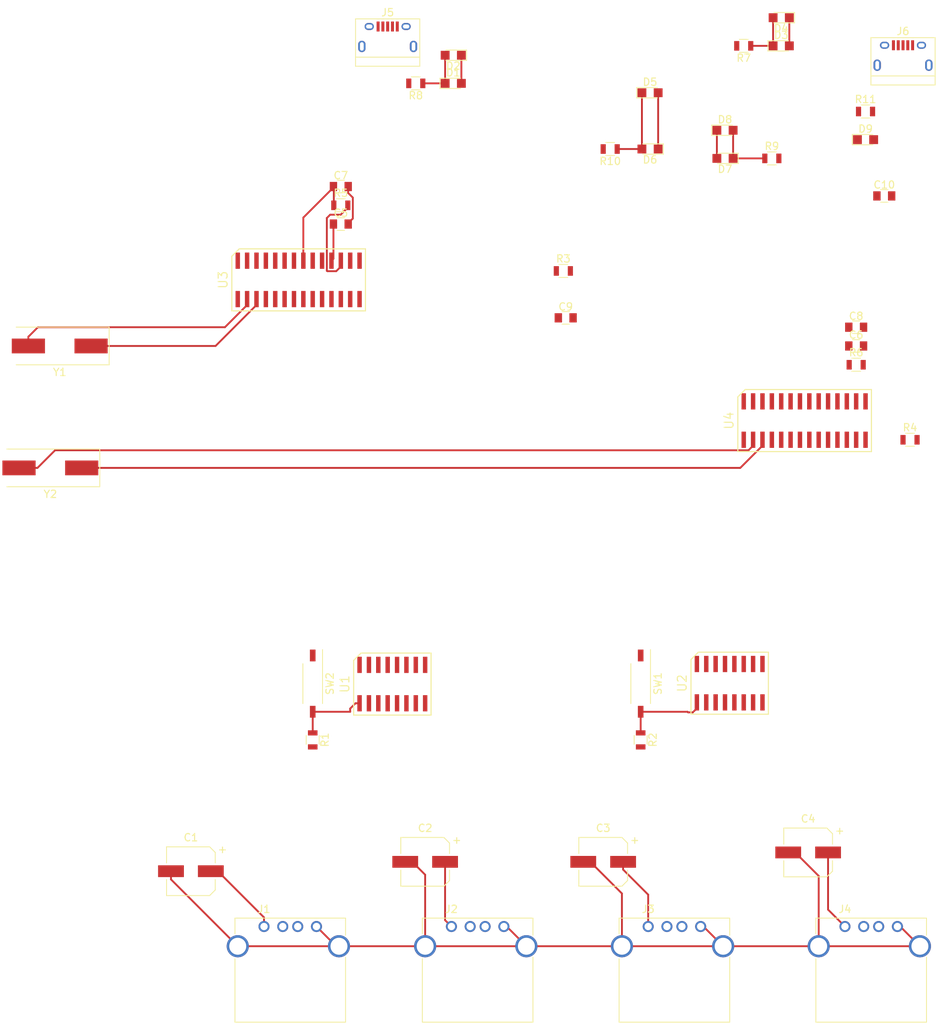
<source format=kicad_pcb>
(kicad_pcb (version 4) (host pcbnew 4.0.7)

  (general
    (links 129)
    (no_connects 85)
    (area 0 0 0 0)
    (thickness 1.6)
    (drawings 0)
    (tracks 99)
    (zones 0)
    (modules 44)
    (nets 70)
  )

  (page A4)
  (layers
    (0 F.Cu signal)
    (31 B.Cu signal)
    (32 B.Adhes user)
    (33 F.Adhes user)
    (34 B.Paste user)
    (35 F.Paste user)
    (36 B.SilkS user)
    (37 F.SilkS user)
    (38 B.Mask user)
    (39 F.Mask user)
    (40 Dwgs.User user)
    (41 Cmts.User user)
    (42 Eco1.User user)
    (43 Eco2.User user)
    (44 Edge.Cuts user)
    (45 Margin user)
    (46 B.CrtYd user)
    (47 F.CrtYd user)
    (48 B.Fab user)
    (49 F.Fab user)
  )

  (setup
    (last_trace_width 0.25)
    (trace_clearance 0.2)
    (zone_clearance 0.508)
    (zone_45_only no)
    (trace_min 0.2)
    (segment_width 0.2)
    (edge_width 0.15)
    (via_size 0.6)
    (via_drill 0.4)
    (via_min_size 0.4)
    (via_min_drill 0.3)
    (uvia_size 0.3)
    (uvia_drill 0.1)
    (uvias_allowed no)
    (uvia_min_size 0.2)
    (uvia_min_drill 0.1)
    (pcb_text_width 0.3)
    (pcb_text_size 1.5 1.5)
    (mod_edge_width 0.15)
    (mod_text_size 1 1)
    (mod_text_width 0.15)
    (pad_size 1.524 1.524)
    (pad_drill 0.762)
    (pad_to_mask_clearance 0.2)
    (aux_axis_origin 0 0)
    (visible_elements 7FFFFFFF)
    (pcbplotparams
      (layerselection 0x00030_80000001)
      (usegerberextensions false)
      (excludeedgelayer true)
      (linewidth 0.100000)
      (plotframeref false)
      (viasonmask false)
      (mode 1)
      (useauxorigin false)
      (hpglpennumber 1)
      (hpglpenspeed 20)
      (hpglpendiameter 15)
      (hpglpenoverlay 2)
      (psnegative false)
      (psa4output false)
      (plotreference true)
      (plotvalue true)
      (plotinvisibletext false)
      (padsonsilk false)
      (subtractmaskfromsilk false)
      (outputformat 1)
      (mirror false)
      (drillshape 1)
      (scaleselection 1)
      (outputdirectory ""))
  )

  (net 0 "")
  (net 1 VBUS)
  (net 2 GND)
  (net 3 Earth)
  (net 4 VCC)
  (net 5 SRSTA)
  (net 6 SRSTB)
  (net 7 DRVA)
  (net 8 "Net-(D1-Pad1)")
  (net 9 "Net-(D3-Pad1)")
  (net 10 DRVB)
  (net 11 "Net-(D5-Pad1)")
  (net 12 "Net-(D7-Pad1)")
  (net 13 "Net-(D9-Pad1)")
  (net 14 "Net-(J1-Pad3)")
  (net 15 "Net-(J1-Pad2)")
  (net 16 "Net-(J2-Pad3)")
  (net 17 "Net-(J2-Pad2)")
  (net 18 "Net-(J3-Pad3)")
  (net 19 "Net-(J3-Pad2)")
  (net 20 "Net-(J4-Pad3)")
  (net 21 "Net-(J4-Pad2)")
  (net 22 "Net-(J5-Pad2)")
  (net 23 "Net-(J5-Pad3)")
  (net 24 "Net-(J5-Pad4)")
  (net 25 "Net-(J5-Pad5)")
  (net 26 "Net-(J6-Pad2)")
  (net 27 "Net-(J6-Pad3)")
  (net 28 "Net-(J6-Pad4)")
  (net 29 "Net-(J6-Pad5)")
  (net 30 "Net-(R1-Pad1)")
  (net 31 "Net-(R2-Pad1)")
  (net 32 "Net-(R3-Pad1)")
  (net 33 "Net-(R4-Pad1)")
  (net 34 LED1A)
  (net 35 LED2A)
  (net 36 LED1B)
  (net 37 LED2B)
  (net 38 "Net-(U1-Pad2)")
  (net 39 "Net-(U1-Pad14)")
  (net 40 "Net-(U1-Pad3)")
  (net 41 "Net-(U1-Pad13)")
  (net 42 "Net-(U1-Pad5)")
  (net 43 "Net-(U1-Pad11)")
  (net 44 "Net-(U1-Pad6)")
  (net 45 "Net-(U1-Pad10)")
  (net 46 "Net-(U2-Pad2)")
  (net 47 "Net-(U2-Pad14)")
  (net 48 "Net-(U2-Pad3)")
  (net 49 "Net-(U2-Pad13)")
  (net 50 "Net-(U2-Pad5)")
  (net 51 "Net-(U2-Pad11)")
  (net 52 "Net-(U2-Pad6)")
  (net 53 "Net-(U2-Pad10)")
  (net 54 "Net-(U3-Pad28)")
  (net 55 "Net-(U3-Pad27)")
  (net 56 "Net-(U3-Pad2)")
  (net 57 "Net-(U3-Pad26)")
  (net 58 "Net-(U3-Pad3)")
  (net 59 "Net-(U3-Pad25)")
  (net 60 "Net-(U3-Pad19)")
  (net 61 "Net-(U3-Pad12)")
  (net 62 "Net-(U4-Pad28)")
  (net 63 "Net-(U4-Pad27)")
  (net 64 "Net-(U4-Pad2)")
  (net 65 "Net-(U4-Pad26)")
  (net 66 "Net-(U4-Pad3)")
  (net 67 "Net-(U4-Pad25)")
  (net 68 "Net-(U4-Pad19)")
  (net 69 "Net-(U4-Pad12)")

  (net_class Default 这是默认网络组.
    (clearance 0.2)
    (trace_width 0.25)
    (via_dia 0.6)
    (via_drill 0.4)
    (uvia_dia 0.3)
    (uvia_drill 0.1)
    (add_net DRVA)
    (add_net DRVB)
    (add_net Earth)
    (add_net GND)
    (add_net LED1A)
    (add_net LED1B)
    (add_net LED2A)
    (add_net LED2B)
    (add_net "Net-(D1-Pad1)")
    (add_net "Net-(D3-Pad1)")
    (add_net "Net-(D5-Pad1)")
    (add_net "Net-(D7-Pad1)")
    (add_net "Net-(D9-Pad1)")
    (add_net "Net-(J1-Pad2)")
    (add_net "Net-(J1-Pad3)")
    (add_net "Net-(J2-Pad2)")
    (add_net "Net-(J2-Pad3)")
    (add_net "Net-(J3-Pad2)")
    (add_net "Net-(J3-Pad3)")
    (add_net "Net-(J4-Pad2)")
    (add_net "Net-(J4-Pad3)")
    (add_net "Net-(J5-Pad2)")
    (add_net "Net-(J5-Pad3)")
    (add_net "Net-(J5-Pad4)")
    (add_net "Net-(J5-Pad5)")
    (add_net "Net-(J6-Pad2)")
    (add_net "Net-(J6-Pad3)")
    (add_net "Net-(J6-Pad4)")
    (add_net "Net-(J6-Pad5)")
    (add_net "Net-(R1-Pad1)")
    (add_net "Net-(R2-Pad1)")
    (add_net "Net-(R3-Pad1)")
    (add_net "Net-(R4-Pad1)")
    (add_net "Net-(U1-Pad10)")
    (add_net "Net-(U1-Pad11)")
    (add_net "Net-(U1-Pad13)")
    (add_net "Net-(U1-Pad14)")
    (add_net "Net-(U1-Pad2)")
    (add_net "Net-(U1-Pad3)")
    (add_net "Net-(U1-Pad5)")
    (add_net "Net-(U1-Pad6)")
    (add_net "Net-(U2-Pad10)")
    (add_net "Net-(U2-Pad11)")
    (add_net "Net-(U2-Pad13)")
    (add_net "Net-(U2-Pad14)")
    (add_net "Net-(U2-Pad2)")
    (add_net "Net-(U2-Pad3)")
    (add_net "Net-(U2-Pad5)")
    (add_net "Net-(U2-Pad6)")
    (add_net "Net-(U3-Pad12)")
    (add_net "Net-(U3-Pad19)")
    (add_net "Net-(U3-Pad2)")
    (add_net "Net-(U3-Pad25)")
    (add_net "Net-(U3-Pad26)")
    (add_net "Net-(U3-Pad27)")
    (add_net "Net-(U3-Pad28)")
    (add_net "Net-(U3-Pad3)")
    (add_net "Net-(U4-Pad12)")
    (add_net "Net-(U4-Pad19)")
    (add_net "Net-(U4-Pad2)")
    (add_net "Net-(U4-Pad25)")
    (add_net "Net-(U4-Pad26)")
    (add_net "Net-(U4-Pad27)")
    (add_net "Net-(U4-Pad28)")
    (add_net "Net-(U4-Pad3)")
    (add_net SRSTA)
    (add_net SRSTB)
    (add_net VBUS)
    (add_net VCC)
  )

  (module Capacitors_SMD:CP_Elec_6.3x4.5 (layer F.Cu) (tedit 58AA8B18) (tstamp 5A8FD205)
    (at 69.85 163.83 180)
    (descr "SMT capacitor, aluminium electrolytic, 6.3x4.5")
    (path /5A8FE7A6)
    (attr smd)
    (fp_text reference C1 (at 0 4.56 180) (layer F.SilkS)
      (effects (font (size 1 1) (thickness 0.15)))
    )
    (fp_text value "CP(100uF)" (at 0 -4.56 180) (layer F.Fab)
      (effects (font (size 1 1) (thickness 0.15)))
    )
    (fp_circle (center 0 0) (end 0.9 2.9) (layer F.Fab) (width 0.1))
    (fp_text user + (at -1.73 -0.08 180) (layer F.Fab)
      (effects (font (size 1 1) (thickness 0.15)))
    )
    (fp_text user + (at -4.28 2.96 180) (layer F.SilkS)
      (effects (font (size 1 1) (thickness 0.15)))
    )
    (fp_text user %R (at 0 4.56 180) (layer F.Fab)
      (effects (font (size 1 1) (thickness 0.15)))
    )
    (fp_line (start 3.15 3.15) (end 3.15 -3.15) (layer F.Fab) (width 0.1))
    (fp_line (start -2.48 3.15) (end 3.15 3.15) (layer F.Fab) (width 0.1))
    (fp_line (start -3.15 2.48) (end -2.48 3.15) (layer F.Fab) (width 0.1))
    (fp_line (start -3.15 -2.48) (end -3.15 2.48) (layer F.Fab) (width 0.1))
    (fp_line (start -2.48 -3.15) (end -3.15 -2.48) (layer F.Fab) (width 0.1))
    (fp_line (start 3.15 -3.15) (end -2.48 -3.15) (layer F.Fab) (width 0.1))
    (fp_line (start 3.3 3.3) (end 3.3 1.12) (layer F.SilkS) (width 0.12))
    (fp_line (start 3.3 -3.3) (end 3.3 -1.12) (layer F.SilkS) (width 0.12))
    (fp_line (start -3.3 2.54) (end -3.3 1.12) (layer F.SilkS) (width 0.12))
    (fp_line (start -3.3 -2.54) (end -3.3 -1.12) (layer F.SilkS) (width 0.12))
    (fp_line (start 3.3 3.3) (end -2.54 3.3) (layer F.SilkS) (width 0.12))
    (fp_line (start -2.54 3.3) (end -3.3 2.54) (layer F.SilkS) (width 0.12))
    (fp_line (start -3.3 -2.54) (end -2.54 -3.3) (layer F.SilkS) (width 0.12))
    (fp_line (start -2.54 -3.3) (end 3.3 -3.3) (layer F.SilkS) (width 0.12))
    (fp_line (start -4.7 -3.4) (end 4.7 -3.4) (layer F.CrtYd) (width 0.05))
    (fp_line (start -4.7 -3.4) (end -4.7 3.4) (layer F.CrtYd) (width 0.05))
    (fp_line (start 4.7 3.4) (end 4.7 -3.4) (layer F.CrtYd) (width 0.05))
    (fp_line (start 4.7 3.4) (end -4.7 3.4) (layer F.CrtYd) (width 0.05))
    (pad 1 smd rect (at -2.7 0) (size 3.5 1.6) (layers F.Cu F.Paste F.Mask)
      (net 1 VBUS))
    (pad 2 smd rect (at 2.7 0) (size 3.5 1.6) (layers F.Cu F.Paste F.Mask)
      (net 2 GND))
    (model Capacitors_SMD.3dshapes/CP_Elec_6.3x4.5.wrl
      (at (xyz 0 0 0))
      (scale (xyz 1 1 1))
      (rotate (xyz 0 0 180))
    )
  )

  (module Capacitors_SMD:CP_Elec_6.3x4.5 (layer F.Cu) (tedit 58AA8B18) (tstamp 5A8FD20B)
    (at 101.6 162.56 180)
    (descr "SMT capacitor, aluminium electrolytic, 6.3x4.5")
    (path /5A8FE864)
    (attr smd)
    (fp_text reference C2 (at 0 4.56 180) (layer F.SilkS)
      (effects (font (size 1 1) (thickness 0.15)))
    )
    (fp_text value "CP(100uF)" (at 0 -4.56 180) (layer F.Fab)
      (effects (font (size 1 1) (thickness 0.15)))
    )
    (fp_circle (center 0 0) (end 0.9 2.9) (layer F.Fab) (width 0.1))
    (fp_text user + (at -1.73 -0.08 180) (layer F.Fab)
      (effects (font (size 1 1) (thickness 0.15)))
    )
    (fp_text user + (at -4.28 2.96 180) (layer F.SilkS)
      (effects (font (size 1 1) (thickness 0.15)))
    )
    (fp_text user %R (at 0 4.56 180) (layer F.Fab)
      (effects (font (size 1 1) (thickness 0.15)))
    )
    (fp_line (start 3.15 3.15) (end 3.15 -3.15) (layer F.Fab) (width 0.1))
    (fp_line (start -2.48 3.15) (end 3.15 3.15) (layer F.Fab) (width 0.1))
    (fp_line (start -3.15 2.48) (end -2.48 3.15) (layer F.Fab) (width 0.1))
    (fp_line (start -3.15 -2.48) (end -3.15 2.48) (layer F.Fab) (width 0.1))
    (fp_line (start -2.48 -3.15) (end -3.15 -2.48) (layer F.Fab) (width 0.1))
    (fp_line (start 3.15 -3.15) (end -2.48 -3.15) (layer F.Fab) (width 0.1))
    (fp_line (start 3.3 3.3) (end 3.3 1.12) (layer F.SilkS) (width 0.12))
    (fp_line (start 3.3 -3.3) (end 3.3 -1.12) (layer F.SilkS) (width 0.12))
    (fp_line (start -3.3 2.54) (end -3.3 1.12) (layer F.SilkS) (width 0.12))
    (fp_line (start -3.3 -2.54) (end -3.3 -1.12) (layer F.SilkS) (width 0.12))
    (fp_line (start 3.3 3.3) (end -2.54 3.3) (layer F.SilkS) (width 0.12))
    (fp_line (start -2.54 3.3) (end -3.3 2.54) (layer F.SilkS) (width 0.12))
    (fp_line (start -3.3 -2.54) (end -2.54 -3.3) (layer F.SilkS) (width 0.12))
    (fp_line (start -2.54 -3.3) (end 3.3 -3.3) (layer F.SilkS) (width 0.12))
    (fp_line (start -4.7 -3.4) (end 4.7 -3.4) (layer F.CrtYd) (width 0.05))
    (fp_line (start -4.7 -3.4) (end -4.7 3.4) (layer F.CrtYd) (width 0.05))
    (fp_line (start 4.7 3.4) (end 4.7 -3.4) (layer F.CrtYd) (width 0.05))
    (fp_line (start 4.7 3.4) (end -4.7 3.4) (layer F.CrtYd) (width 0.05))
    (pad 1 smd rect (at -2.7 0) (size 3.5 1.6) (layers F.Cu F.Paste F.Mask)
      (net 1 VBUS))
    (pad 2 smd rect (at 2.7 0) (size 3.5 1.6) (layers F.Cu F.Paste F.Mask)
      (net 2 GND))
    (model Capacitors_SMD.3dshapes/CP_Elec_6.3x4.5.wrl
      (at (xyz 0 0 0))
      (scale (xyz 1 1 1))
      (rotate (xyz 0 0 180))
    )
  )

  (module Capacitors_SMD:CP_Elec_6.3x4.5 (layer F.Cu) (tedit 58AA8B18) (tstamp 5A8FD211)
    (at 125.73 162.56 180)
    (descr "SMT capacitor, aluminium electrolytic, 6.3x4.5")
    (path /5A8FE8B0)
    (attr smd)
    (fp_text reference C3 (at 0 4.56 180) (layer F.SilkS)
      (effects (font (size 1 1) (thickness 0.15)))
    )
    (fp_text value CP1 (at 0 -4.56 180) (layer F.Fab)
      (effects (font (size 1 1) (thickness 0.15)))
    )
    (fp_circle (center 0 0) (end 0.9 2.9) (layer F.Fab) (width 0.1))
    (fp_text user + (at -1.73 -0.08 180) (layer F.Fab)
      (effects (font (size 1 1) (thickness 0.15)))
    )
    (fp_text user + (at -4.28 2.96 180) (layer F.SilkS)
      (effects (font (size 1 1) (thickness 0.15)))
    )
    (fp_text user %R (at 0 4.56 180) (layer F.Fab)
      (effects (font (size 1 1) (thickness 0.15)))
    )
    (fp_line (start 3.15 3.15) (end 3.15 -3.15) (layer F.Fab) (width 0.1))
    (fp_line (start -2.48 3.15) (end 3.15 3.15) (layer F.Fab) (width 0.1))
    (fp_line (start -3.15 2.48) (end -2.48 3.15) (layer F.Fab) (width 0.1))
    (fp_line (start -3.15 -2.48) (end -3.15 2.48) (layer F.Fab) (width 0.1))
    (fp_line (start -2.48 -3.15) (end -3.15 -2.48) (layer F.Fab) (width 0.1))
    (fp_line (start 3.15 -3.15) (end -2.48 -3.15) (layer F.Fab) (width 0.1))
    (fp_line (start 3.3 3.3) (end 3.3 1.12) (layer F.SilkS) (width 0.12))
    (fp_line (start 3.3 -3.3) (end 3.3 -1.12) (layer F.SilkS) (width 0.12))
    (fp_line (start -3.3 2.54) (end -3.3 1.12) (layer F.SilkS) (width 0.12))
    (fp_line (start -3.3 -2.54) (end -3.3 -1.12) (layer F.SilkS) (width 0.12))
    (fp_line (start 3.3 3.3) (end -2.54 3.3) (layer F.SilkS) (width 0.12))
    (fp_line (start -2.54 3.3) (end -3.3 2.54) (layer F.SilkS) (width 0.12))
    (fp_line (start -3.3 -2.54) (end -2.54 -3.3) (layer F.SilkS) (width 0.12))
    (fp_line (start -2.54 -3.3) (end 3.3 -3.3) (layer F.SilkS) (width 0.12))
    (fp_line (start -4.7 -3.4) (end 4.7 -3.4) (layer F.CrtYd) (width 0.05))
    (fp_line (start -4.7 -3.4) (end -4.7 3.4) (layer F.CrtYd) (width 0.05))
    (fp_line (start 4.7 3.4) (end 4.7 -3.4) (layer F.CrtYd) (width 0.05))
    (fp_line (start 4.7 3.4) (end -4.7 3.4) (layer F.CrtYd) (width 0.05))
    (pad 1 smd rect (at -2.7 0) (size 3.5 1.6) (layers F.Cu F.Paste F.Mask)
      (net 1 VBUS))
    (pad 2 smd rect (at 2.7 0) (size 3.5 1.6) (layers F.Cu F.Paste F.Mask)
      (net 2 GND))
    (model Capacitors_SMD.3dshapes/CP_Elec_6.3x4.5.wrl
      (at (xyz 0 0 0))
      (scale (xyz 1 1 1))
      (rotate (xyz 0 0 180))
    )
  )

  (module Capacitors_SMD:CP_Elec_6.3x4.5 (layer F.Cu) (tedit 58AA8B18) (tstamp 5A8FD217)
    (at 153.51 161.29 180)
    (descr "SMT capacitor, aluminium electrolytic, 6.3x4.5")
    (path /5A8FE91D)
    (attr smd)
    (fp_text reference C4 (at 0 4.56 180) (layer F.SilkS)
      (effects (font (size 1 1) (thickness 0.15)))
    )
    (fp_text value "CP(100uF)" (at 0 -4.56 180) (layer F.Fab)
      (effects (font (size 1 1) (thickness 0.15)))
    )
    (fp_circle (center 0 0) (end 0.9 2.9) (layer F.Fab) (width 0.1))
    (fp_text user + (at -1.73 -0.08 180) (layer F.Fab)
      (effects (font (size 1 1) (thickness 0.15)))
    )
    (fp_text user + (at -4.28 2.96 180) (layer F.SilkS)
      (effects (font (size 1 1) (thickness 0.15)))
    )
    (fp_text user %R (at 0 4.56 180) (layer F.Fab)
      (effects (font (size 1 1) (thickness 0.15)))
    )
    (fp_line (start 3.15 3.15) (end 3.15 -3.15) (layer F.Fab) (width 0.1))
    (fp_line (start -2.48 3.15) (end 3.15 3.15) (layer F.Fab) (width 0.1))
    (fp_line (start -3.15 2.48) (end -2.48 3.15) (layer F.Fab) (width 0.1))
    (fp_line (start -3.15 -2.48) (end -3.15 2.48) (layer F.Fab) (width 0.1))
    (fp_line (start -2.48 -3.15) (end -3.15 -2.48) (layer F.Fab) (width 0.1))
    (fp_line (start 3.15 -3.15) (end -2.48 -3.15) (layer F.Fab) (width 0.1))
    (fp_line (start 3.3 3.3) (end 3.3 1.12) (layer F.SilkS) (width 0.12))
    (fp_line (start 3.3 -3.3) (end 3.3 -1.12) (layer F.SilkS) (width 0.12))
    (fp_line (start -3.3 2.54) (end -3.3 1.12) (layer F.SilkS) (width 0.12))
    (fp_line (start -3.3 -2.54) (end -3.3 -1.12) (layer F.SilkS) (width 0.12))
    (fp_line (start 3.3 3.3) (end -2.54 3.3) (layer F.SilkS) (width 0.12))
    (fp_line (start -2.54 3.3) (end -3.3 2.54) (layer F.SilkS) (width 0.12))
    (fp_line (start -3.3 -2.54) (end -2.54 -3.3) (layer F.SilkS) (width 0.12))
    (fp_line (start -2.54 -3.3) (end 3.3 -3.3) (layer F.SilkS) (width 0.12))
    (fp_line (start -4.7 -3.4) (end 4.7 -3.4) (layer F.CrtYd) (width 0.05))
    (fp_line (start -4.7 -3.4) (end -4.7 3.4) (layer F.CrtYd) (width 0.05))
    (fp_line (start 4.7 3.4) (end 4.7 -3.4) (layer F.CrtYd) (width 0.05))
    (fp_line (start 4.7 3.4) (end -4.7 3.4) (layer F.CrtYd) (width 0.05))
    (pad 1 smd rect (at -2.7 0) (size 3.5 1.6) (layers F.Cu F.Paste F.Mask)
      (net 1 VBUS))
    (pad 2 smd rect (at 2.7 0) (size 3.5 1.6) (layers F.Cu F.Paste F.Mask)
      (net 2 GND))
    (model Capacitors_SMD.3dshapes/CP_Elec_6.3x4.5.wrl
      (at (xyz 0 0 0))
      (scale (xyz 1 1 1))
      (rotate (xyz 0 0 180))
    )
  )

  (module Capacitors_SMD:C_0805 (layer F.Cu) (tedit 58AA8463) (tstamp 5A8FD21D)
    (at 90.17 76.2)
    (descr "Capacitor SMD 0805, reflow soldering, AVX (see smccp.pdf)")
    (tags "capacitor 0805")
    (path /5A8FAB25)
    (attr smd)
    (fp_text reference C5 (at 0 -1.5) (layer F.SilkS)
      (effects (font (size 1 1) (thickness 0.15)))
    )
    (fp_text value "C(10uF)" (at 0 1.75) (layer F.Fab)
      (effects (font (size 1 1) (thickness 0.15)))
    )
    (fp_text user %R (at 0 -1.5) (layer F.Fab)
      (effects (font (size 1 1) (thickness 0.15)))
    )
    (fp_line (start -1 0.62) (end -1 -0.62) (layer F.Fab) (width 0.1))
    (fp_line (start 1 0.62) (end -1 0.62) (layer F.Fab) (width 0.1))
    (fp_line (start 1 -0.62) (end 1 0.62) (layer F.Fab) (width 0.1))
    (fp_line (start -1 -0.62) (end 1 -0.62) (layer F.Fab) (width 0.1))
    (fp_line (start 0.5 -0.85) (end -0.5 -0.85) (layer F.SilkS) (width 0.12))
    (fp_line (start -0.5 0.85) (end 0.5 0.85) (layer F.SilkS) (width 0.12))
    (fp_line (start -1.75 -0.88) (end 1.75 -0.88) (layer F.CrtYd) (width 0.05))
    (fp_line (start -1.75 -0.88) (end -1.75 0.87) (layer F.CrtYd) (width 0.05))
    (fp_line (start 1.75 0.87) (end 1.75 -0.88) (layer F.CrtYd) (width 0.05))
    (fp_line (start 1.75 0.87) (end -1.75 0.87) (layer F.CrtYd) (width 0.05))
    (pad 1 smd rect (at -1 0) (size 1 1.25) (layers F.Cu F.Paste F.Mask)
      (net 1 VBUS))
    (pad 2 smd rect (at 1 0) (size 1 1.25) (layers F.Cu F.Paste F.Mask)
      (net 3 Earth))
    (model Capacitors_SMD.3dshapes/C_0805.wrl
      (at (xyz 0 0 0))
      (scale (xyz 1 1 1))
      (rotate (xyz 0 0 0))
    )
  )

  (module Capacitors_SMD:C_0805 (layer F.Cu) (tedit 58AA8463) (tstamp 5A8FD223)
    (at 160.02 92.71)
    (descr "Capacitor SMD 0805, reflow soldering, AVX (see smccp.pdf)")
    (tags "capacitor 0805")
    (path /5A900744)
    (attr smd)
    (fp_text reference C6 (at 0 -1.5) (layer F.SilkS)
      (effects (font (size 1 1) (thickness 0.15)))
    )
    (fp_text value "C(10uF)" (at 0 1.75) (layer F.Fab)
      (effects (font (size 1 1) (thickness 0.15)))
    )
    (fp_text user %R (at 0 -1.5) (layer F.Fab)
      (effects (font (size 1 1) (thickness 0.15)))
    )
    (fp_line (start -1 0.62) (end -1 -0.62) (layer F.Fab) (width 0.1))
    (fp_line (start 1 0.62) (end -1 0.62) (layer F.Fab) (width 0.1))
    (fp_line (start 1 -0.62) (end 1 0.62) (layer F.Fab) (width 0.1))
    (fp_line (start -1 -0.62) (end 1 -0.62) (layer F.Fab) (width 0.1))
    (fp_line (start 0.5 -0.85) (end -0.5 -0.85) (layer F.SilkS) (width 0.12))
    (fp_line (start -0.5 0.85) (end 0.5 0.85) (layer F.SilkS) (width 0.12))
    (fp_line (start -1.75 -0.88) (end 1.75 -0.88) (layer F.CrtYd) (width 0.05))
    (fp_line (start -1.75 -0.88) (end -1.75 0.87) (layer F.CrtYd) (width 0.05))
    (fp_line (start 1.75 0.87) (end 1.75 -0.88) (layer F.CrtYd) (width 0.05))
    (fp_line (start 1.75 0.87) (end -1.75 0.87) (layer F.CrtYd) (width 0.05))
    (pad 1 smd rect (at -1 0) (size 1 1.25) (layers F.Cu F.Paste F.Mask)
      (net 1 VBUS))
    (pad 2 smd rect (at 1 0) (size 1 1.25) (layers F.Cu F.Paste F.Mask)
      (net 3 Earth))
    (model Capacitors_SMD.3dshapes/C_0805.wrl
      (at (xyz 0 0 0))
      (scale (xyz 1 1 1))
      (rotate (xyz 0 0 0))
    )
  )

  (module Capacitors_SMD:C_0805 (layer F.Cu) (tedit 58AA8463) (tstamp 5A8FD229)
    (at 90.17 71.12)
    (descr "Capacitor SMD 0805, reflow soldering, AVX (see smccp.pdf)")
    (tags "capacitor 0805")
    (path /5A8FB1E5)
    (attr smd)
    (fp_text reference C7 (at 0 -1.5) (layer F.SilkS)
      (effects (font (size 1 1) (thickness 0.15)))
    )
    (fp_text value "C(4.7uF)" (at 0 1.75) (layer F.Fab)
      (effects (font (size 1 1) (thickness 0.15)))
    )
    (fp_text user %R (at 0 -1.5) (layer F.Fab)
      (effects (font (size 1 1) (thickness 0.15)))
    )
    (fp_line (start -1 0.62) (end -1 -0.62) (layer F.Fab) (width 0.1))
    (fp_line (start 1 0.62) (end -1 0.62) (layer F.Fab) (width 0.1))
    (fp_line (start 1 -0.62) (end 1 0.62) (layer F.Fab) (width 0.1))
    (fp_line (start -1 -0.62) (end 1 -0.62) (layer F.Fab) (width 0.1))
    (fp_line (start 0.5 -0.85) (end -0.5 -0.85) (layer F.SilkS) (width 0.12))
    (fp_line (start -0.5 0.85) (end 0.5 0.85) (layer F.SilkS) (width 0.12))
    (fp_line (start -1.75 -0.88) (end 1.75 -0.88) (layer F.CrtYd) (width 0.05))
    (fp_line (start -1.75 -0.88) (end -1.75 0.87) (layer F.CrtYd) (width 0.05))
    (fp_line (start 1.75 0.87) (end 1.75 -0.88) (layer F.CrtYd) (width 0.05))
    (fp_line (start 1.75 0.87) (end -1.75 0.87) (layer F.CrtYd) (width 0.05))
    (pad 1 smd rect (at -1 0) (size 1 1.25) (layers F.Cu F.Paste F.Mask)
      (net 4 VCC))
    (pad 2 smd rect (at 1 0) (size 1 1.25) (layers F.Cu F.Paste F.Mask)
      (net 3 Earth))
    (model Capacitors_SMD.3dshapes/C_0805.wrl
      (at (xyz 0 0 0))
      (scale (xyz 1 1 1))
      (rotate (xyz 0 0 0))
    )
  )

  (module Capacitors_SMD:C_0805 (layer F.Cu) (tedit 58AA8463) (tstamp 5A8FD22F)
    (at 160.02 90.17)
    (descr "Capacitor SMD 0805, reflow soldering, AVX (see smccp.pdf)")
    (tags "capacitor 0805")
    (path /5A900753)
    (attr smd)
    (fp_text reference C8 (at 0 -1.5) (layer F.SilkS)
      (effects (font (size 1 1) (thickness 0.15)))
    )
    (fp_text value "C(4.7uF)" (at 0 1.75) (layer F.Fab)
      (effects (font (size 1 1) (thickness 0.15)))
    )
    (fp_text user %R (at 0 -1.5) (layer F.Fab)
      (effects (font (size 1 1) (thickness 0.15)))
    )
    (fp_line (start -1 0.62) (end -1 -0.62) (layer F.Fab) (width 0.1))
    (fp_line (start 1 0.62) (end -1 0.62) (layer F.Fab) (width 0.1))
    (fp_line (start 1 -0.62) (end 1 0.62) (layer F.Fab) (width 0.1))
    (fp_line (start -1 -0.62) (end 1 -0.62) (layer F.Fab) (width 0.1))
    (fp_line (start 0.5 -0.85) (end -0.5 -0.85) (layer F.SilkS) (width 0.12))
    (fp_line (start -0.5 0.85) (end 0.5 0.85) (layer F.SilkS) (width 0.12))
    (fp_line (start -1.75 -0.88) (end 1.75 -0.88) (layer F.CrtYd) (width 0.05))
    (fp_line (start -1.75 -0.88) (end -1.75 0.87) (layer F.CrtYd) (width 0.05))
    (fp_line (start 1.75 0.87) (end 1.75 -0.88) (layer F.CrtYd) (width 0.05))
    (fp_line (start 1.75 0.87) (end -1.75 0.87) (layer F.CrtYd) (width 0.05))
    (pad 1 smd rect (at -1 0) (size 1 1.25) (layers F.Cu F.Paste F.Mask)
      (net 4 VCC))
    (pad 2 smd rect (at 1 0) (size 1 1.25) (layers F.Cu F.Paste F.Mask)
      (net 3 Earth))
    (model Capacitors_SMD.3dshapes/C_0805.wrl
      (at (xyz 0 0 0))
      (scale (xyz 1 1 1))
      (rotate (xyz 0 0 0))
    )
  )

  (module Capacitors_SMD:C_0805 (layer F.Cu) (tedit 58AA8463) (tstamp 5A8FD235)
    (at 120.65 88.9)
    (descr "Capacitor SMD 0805, reflow soldering, AVX (see smccp.pdf)")
    (tags "capacitor 0805")
    (path /5A8FA622/5A8FA6EB)
    (attr smd)
    (fp_text reference C9 (at 0 -1.5) (layer F.SilkS)
      (effects (font (size 1 1) (thickness 0.15)))
    )
    (fp_text value "C(1uF)" (at 0 1.75) (layer F.Fab)
      (effects (font (size 1 1) (thickness 0.15)))
    )
    (fp_text user %R (at 0 -1.5) (layer F.Fab)
      (effects (font (size 1 1) (thickness 0.15)))
    )
    (fp_line (start -1 0.62) (end -1 -0.62) (layer F.Fab) (width 0.1))
    (fp_line (start 1 0.62) (end -1 0.62) (layer F.Fab) (width 0.1))
    (fp_line (start 1 -0.62) (end 1 0.62) (layer F.Fab) (width 0.1))
    (fp_line (start -1 -0.62) (end 1 -0.62) (layer F.Fab) (width 0.1))
    (fp_line (start 0.5 -0.85) (end -0.5 -0.85) (layer F.SilkS) (width 0.12))
    (fp_line (start -0.5 0.85) (end 0.5 0.85) (layer F.SilkS) (width 0.12))
    (fp_line (start -1.75 -0.88) (end 1.75 -0.88) (layer F.CrtYd) (width 0.05))
    (fp_line (start -1.75 -0.88) (end -1.75 0.87) (layer F.CrtYd) (width 0.05))
    (fp_line (start 1.75 0.87) (end 1.75 -0.88) (layer F.CrtYd) (width 0.05))
    (fp_line (start 1.75 0.87) (end -1.75 0.87) (layer F.CrtYd) (width 0.05))
    (pad 1 smd rect (at -1 0) (size 1 1.25) (layers F.Cu F.Paste F.Mask)
      (net 5 SRSTA))
    (pad 2 smd rect (at 1 0) (size 1 1.25) (layers F.Cu F.Paste F.Mask)
      (net 3 Earth))
    (model Capacitors_SMD.3dshapes/C_0805.wrl
      (at (xyz 0 0 0))
      (scale (xyz 1 1 1))
      (rotate (xyz 0 0 0))
    )
  )

  (module Capacitors_SMD:C_0805 (layer F.Cu) (tedit 58AA8463) (tstamp 5A8FD23B)
    (at 163.83 72.39)
    (descr "Capacitor SMD 0805, reflow soldering, AVX (see smccp.pdf)")
    (tags "capacitor 0805")
    (path /5A8FA622/5A902BFE)
    (attr smd)
    (fp_text reference C10 (at 0 -1.5) (layer F.SilkS)
      (effects (font (size 1 1) (thickness 0.15)))
    )
    (fp_text value "C(1uF)" (at 0 1.75) (layer F.Fab)
      (effects (font (size 1 1) (thickness 0.15)))
    )
    (fp_text user %R (at 0 -1.5) (layer F.Fab)
      (effects (font (size 1 1) (thickness 0.15)))
    )
    (fp_line (start -1 0.62) (end -1 -0.62) (layer F.Fab) (width 0.1))
    (fp_line (start 1 0.62) (end -1 0.62) (layer F.Fab) (width 0.1))
    (fp_line (start 1 -0.62) (end 1 0.62) (layer F.Fab) (width 0.1))
    (fp_line (start -1 -0.62) (end 1 -0.62) (layer F.Fab) (width 0.1))
    (fp_line (start 0.5 -0.85) (end -0.5 -0.85) (layer F.SilkS) (width 0.12))
    (fp_line (start -0.5 0.85) (end 0.5 0.85) (layer F.SilkS) (width 0.12))
    (fp_line (start -1.75 -0.88) (end 1.75 -0.88) (layer F.CrtYd) (width 0.05))
    (fp_line (start -1.75 -0.88) (end -1.75 0.87) (layer F.CrtYd) (width 0.05))
    (fp_line (start 1.75 0.87) (end 1.75 -0.88) (layer F.CrtYd) (width 0.05))
    (fp_line (start 1.75 0.87) (end -1.75 0.87) (layer F.CrtYd) (width 0.05))
    (pad 1 smd rect (at -1 0) (size 1 1.25) (layers F.Cu F.Paste F.Mask)
      (net 6 SRSTB))
    (pad 2 smd rect (at 1 0) (size 1 1.25) (layers F.Cu F.Paste F.Mask)
      (net 3 Earth))
    (model Capacitors_SMD.3dshapes/C_0805.wrl
      (at (xyz 0 0 0))
      (scale (xyz 1 1 1))
      (rotate (xyz 0 0 0))
    )
  )

  (module LEDs:LED_0805 (layer F.Cu) (tedit 59959803) (tstamp 5A8FD241)
    (at 105.41 57.15)
    (descr "LED 0805 smd package")
    (tags "LED led 0805 SMD smd SMT smt smdled SMDLED smtled SMTLED")
    (path /5A8FBE39/5A8FBE59)
    (attr smd)
    (fp_text reference D1 (at 0 -1.45) (layer F.SilkS)
      (effects (font (size 1 1) (thickness 0.15)))
    )
    (fp_text value LED (at 0 1.55) (layer F.Fab)
      (effects (font (size 1 1) (thickness 0.15)))
    )
    (fp_line (start -1.8 -0.7) (end -1.8 0.7) (layer F.SilkS) (width 0.12))
    (fp_line (start -0.4 -0.4) (end -0.4 0.4) (layer F.Fab) (width 0.1))
    (fp_line (start -0.4 0) (end 0.2 -0.4) (layer F.Fab) (width 0.1))
    (fp_line (start 0.2 0.4) (end -0.4 0) (layer F.Fab) (width 0.1))
    (fp_line (start 0.2 -0.4) (end 0.2 0.4) (layer F.Fab) (width 0.1))
    (fp_line (start 1 0.6) (end -1 0.6) (layer F.Fab) (width 0.1))
    (fp_line (start 1 -0.6) (end 1 0.6) (layer F.Fab) (width 0.1))
    (fp_line (start -1 -0.6) (end 1 -0.6) (layer F.Fab) (width 0.1))
    (fp_line (start -1 0.6) (end -1 -0.6) (layer F.Fab) (width 0.1))
    (fp_line (start -1.8 0.7) (end 1 0.7) (layer F.SilkS) (width 0.12))
    (fp_line (start -1.8 -0.7) (end 1 -0.7) (layer F.SilkS) (width 0.12))
    (fp_line (start 1.95 -0.85) (end 1.95 0.85) (layer F.CrtYd) (width 0.05))
    (fp_line (start 1.95 0.85) (end -1.95 0.85) (layer F.CrtYd) (width 0.05))
    (fp_line (start -1.95 0.85) (end -1.95 -0.85) (layer F.CrtYd) (width 0.05))
    (fp_line (start -1.95 -0.85) (end 1.95 -0.85) (layer F.CrtYd) (width 0.05))
    (fp_text user %R (at 0 -1.25) (layer F.Fab)
      (effects (font (size 0.4 0.4) (thickness 0.1)))
    )
    (pad 2 smd rect (at 1.1 0 180) (size 1.2 1.2) (layers F.Cu F.Paste F.Mask)
      (net 7 DRVA))
    (pad 1 smd rect (at -1.1 0 180) (size 1.2 1.2) (layers F.Cu F.Paste F.Mask)
      (net 8 "Net-(D1-Pad1)"))
    (model ${KISYS3DMOD}/LEDs.3dshapes/LED_0805.wrl
      (at (xyz 0 0 0))
      (scale (xyz 1 1 1))
      (rotate (xyz 0 0 180))
    )
  )

  (module LEDs:LED_0805 (layer F.Cu) (tedit 59959803) (tstamp 5A8FD247)
    (at 105.41 53.34 180)
    (descr "LED 0805 smd package")
    (tags "LED led 0805 SMD smd SMT smt smdled SMDLED smtled SMTLED")
    (path /5A8FBE39/5A8FBE82)
    (attr smd)
    (fp_text reference D2 (at 0 -1.45 180) (layer F.SilkS)
      (effects (font (size 1 1) (thickness 0.15)))
    )
    (fp_text value LED (at 0 1.55 180) (layer F.Fab)
      (effects (font (size 1 1) (thickness 0.15)))
    )
    (fp_line (start -1.8 -0.7) (end -1.8 0.7) (layer F.SilkS) (width 0.12))
    (fp_line (start -0.4 -0.4) (end -0.4 0.4) (layer F.Fab) (width 0.1))
    (fp_line (start -0.4 0) (end 0.2 -0.4) (layer F.Fab) (width 0.1))
    (fp_line (start 0.2 0.4) (end -0.4 0) (layer F.Fab) (width 0.1))
    (fp_line (start 0.2 -0.4) (end 0.2 0.4) (layer F.Fab) (width 0.1))
    (fp_line (start 1 0.6) (end -1 0.6) (layer F.Fab) (width 0.1))
    (fp_line (start 1 -0.6) (end 1 0.6) (layer F.Fab) (width 0.1))
    (fp_line (start -1 -0.6) (end 1 -0.6) (layer F.Fab) (width 0.1))
    (fp_line (start -1 0.6) (end -1 -0.6) (layer F.Fab) (width 0.1))
    (fp_line (start -1.8 0.7) (end 1 0.7) (layer F.SilkS) (width 0.12))
    (fp_line (start -1.8 -0.7) (end 1 -0.7) (layer F.SilkS) (width 0.12))
    (fp_line (start 1.95 -0.85) (end 1.95 0.85) (layer F.CrtYd) (width 0.05))
    (fp_line (start 1.95 0.85) (end -1.95 0.85) (layer F.CrtYd) (width 0.05))
    (fp_line (start -1.95 0.85) (end -1.95 -0.85) (layer F.CrtYd) (width 0.05))
    (fp_line (start -1.95 -0.85) (end 1.95 -0.85) (layer F.CrtYd) (width 0.05))
    (fp_text user %R (at 0 -1.25 180) (layer F.Fab)
      (effects (font (size 0.4 0.4) (thickness 0.1)))
    )
    (pad 2 smd rect (at 1.1 0) (size 1.2 1.2) (layers F.Cu F.Paste F.Mask)
      (net 8 "Net-(D1-Pad1)"))
    (pad 1 smd rect (at -1.1 0) (size 1.2 1.2) (layers F.Cu F.Paste F.Mask)
      (net 7 DRVA))
    (model ${KISYS3DMOD}/LEDs.3dshapes/LED_0805.wrl
      (at (xyz 0 0 0))
      (scale (xyz 1 1 1))
      (rotate (xyz 0 0 180))
    )
  )

  (module LEDs:LED_0805 (layer F.Cu) (tedit 59959803) (tstamp 5A8FD24D)
    (at 149.86 52.07)
    (descr "LED 0805 smd package")
    (tags "LED led 0805 SMD smd SMT smt smdled SMDLED smtled SMTLED")
    (path /5A8FBE39/5A8FBEA3)
    (attr smd)
    (fp_text reference D3 (at 0 -1.45) (layer F.SilkS)
      (effects (font (size 1 1) (thickness 0.15)))
    )
    (fp_text value LED (at 0 1.55) (layer F.Fab)
      (effects (font (size 1 1) (thickness 0.15)))
    )
    (fp_line (start -1.8 -0.7) (end -1.8 0.7) (layer F.SilkS) (width 0.12))
    (fp_line (start -0.4 -0.4) (end -0.4 0.4) (layer F.Fab) (width 0.1))
    (fp_line (start -0.4 0) (end 0.2 -0.4) (layer F.Fab) (width 0.1))
    (fp_line (start 0.2 0.4) (end -0.4 0) (layer F.Fab) (width 0.1))
    (fp_line (start 0.2 -0.4) (end 0.2 0.4) (layer F.Fab) (width 0.1))
    (fp_line (start 1 0.6) (end -1 0.6) (layer F.Fab) (width 0.1))
    (fp_line (start 1 -0.6) (end 1 0.6) (layer F.Fab) (width 0.1))
    (fp_line (start -1 -0.6) (end 1 -0.6) (layer F.Fab) (width 0.1))
    (fp_line (start -1 0.6) (end -1 -0.6) (layer F.Fab) (width 0.1))
    (fp_line (start -1.8 0.7) (end 1 0.7) (layer F.SilkS) (width 0.12))
    (fp_line (start -1.8 -0.7) (end 1 -0.7) (layer F.SilkS) (width 0.12))
    (fp_line (start 1.95 -0.85) (end 1.95 0.85) (layer F.CrtYd) (width 0.05))
    (fp_line (start 1.95 0.85) (end -1.95 0.85) (layer F.CrtYd) (width 0.05))
    (fp_line (start -1.95 0.85) (end -1.95 -0.85) (layer F.CrtYd) (width 0.05))
    (fp_line (start -1.95 -0.85) (end 1.95 -0.85) (layer F.CrtYd) (width 0.05))
    (fp_text user %R (at 0 -1.25) (layer F.Fab)
      (effects (font (size 0.4 0.4) (thickness 0.1)))
    )
    (pad 2 smd rect (at 1.1 0 180) (size 1.2 1.2) (layers F.Cu F.Paste F.Mask)
      (net 7 DRVA))
    (pad 1 smd rect (at -1.1 0 180) (size 1.2 1.2) (layers F.Cu F.Paste F.Mask)
      (net 9 "Net-(D3-Pad1)"))
    (model ${KISYS3DMOD}/LEDs.3dshapes/LED_0805.wrl
      (at (xyz 0 0 0))
      (scale (xyz 1 1 1))
      (rotate (xyz 0 0 180))
    )
  )

  (module LEDs:LED_0805 (layer F.Cu) (tedit 59959803) (tstamp 5A8FD253)
    (at 149.86 48.26 180)
    (descr "LED 0805 smd package")
    (tags "LED led 0805 SMD smd SMT smt smdled SMDLED smtled SMTLED")
    (path /5A8FBE39/5A8FBEC8)
    (attr smd)
    (fp_text reference D4 (at 0 -1.45 180) (layer F.SilkS)
      (effects (font (size 1 1) (thickness 0.15)))
    )
    (fp_text value LED (at 0 1.55 180) (layer F.Fab)
      (effects (font (size 1 1) (thickness 0.15)))
    )
    (fp_line (start -1.8 -0.7) (end -1.8 0.7) (layer F.SilkS) (width 0.12))
    (fp_line (start -0.4 -0.4) (end -0.4 0.4) (layer F.Fab) (width 0.1))
    (fp_line (start -0.4 0) (end 0.2 -0.4) (layer F.Fab) (width 0.1))
    (fp_line (start 0.2 0.4) (end -0.4 0) (layer F.Fab) (width 0.1))
    (fp_line (start 0.2 -0.4) (end 0.2 0.4) (layer F.Fab) (width 0.1))
    (fp_line (start 1 0.6) (end -1 0.6) (layer F.Fab) (width 0.1))
    (fp_line (start 1 -0.6) (end 1 0.6) (layer F.Fab) (width 0.1))
    (fp_line (start -1 -0.6) (end 1 -0.6) (layer F.Fab) (width 0.1))
    (fp_line (start -1 0.6) (end -1 -0.6) (layer F.Fab) (width 0.1))
    (fp_line (start -1.8 0.7) (end 1 0.7) (layer F.SilkS) (width 0.12))
    (fp_line (start -1.8 -0.7) (end 1 -0.7) (layer F.SilkS) (width 0.12))
    (fp_line (start 1.95 -0.85) (end 1.95 0.85) (layer F.CrtYd) (width 0.05))
    (fp_line (start 1.95 0.85) (end -1.95 0.85) (layer F.CrtYd) (width 0.05))
    (fp_line (start -1.95 0.85) (end -1.95 -0.85) (layer F.CrtYd) (width 0.05))
    (fp_line (start -1.95 -0.85) (end 1.95 -0.85) (layer F.CrtYd) (width 0.05))
    (fp_text user %R (at 0 -1.25 180) (layer F.Fab)
      (effects (font (size 0.4 0.4) (thickness 0.1)))
    )
    (pad 2 smd rect (at 1.1 0) (size 1.2 1.2) (layers F.Cu F.Paste F.Mask)
      (net 9 "Net-(D3-Pad1)"))
    (pad 1 smd rect (at -1.1 0) (size 1.2 1.2) (layers F.Cu F.Paste F.Mask)
      (net 7 DRVA))
    (model ${KISYS3DMOD}/LEDs.3dshapes/LED_0805.wrl
      (at (xyz 0 0 0))
      (scale (xyz 1 1 1))
      (rotate (xyz 0 0 180))
    )
  )

  (module LEDs:LED_0805 (layer F.Cu) (tedit 59959803) (tstamp 5A8FD259)
    (at 132.08 58.42)
    (descr "LED 0805 smd package")
    (tags "LED led 0805 SMD smd SMT smt smdled SMDLED smtled SMTLED")
    (path /5A8FBE39/5A902EB6)
    (attr smd)
    (fp_text reference D5 (at 0 -1.45) (layer F.SilkS)
      (effects (font (size 1 1) (thickness 0.15)))
    )
    (fp_text value LED (at 0 1.55) (layer F.Fab)
      (effects (font (size 1 1) (thickness 0.15)))
    )
    (fp_line (start -1.8 -0.7) (end -1.8 0.7) (layer F.SilkS) (width 0.12))
    (fp_line (start -0.4 -0.4) (end -0.4 0.4) (layer F.Fab) (width 0.1))
    (fp_line (start -0.4 0) (end 0.2 -0.4) (layer F.Fab) (width 0.1))
    (fp_line (start 0.2 0.4) (end -0.4 0) (layer F.Fab) (width 0.1))
    (fp_line (start 0.2 -0.4) (end 0.2 0.4) (layer F.Fab) (width 0.1))
    (fp_line (start 1 0.6) (end -1 0.6) (layer F.Fab) (width 0.1))
    (fp_line (start 1 -0.6) (end 1 0.6) (layer F.Fab) (width 0.1))
    (fp_line (start -1 -0.6) (end 1 -0.6) (layer F.Fab) (width 0.1))
    (fp_line (start -1 0.6) (end -1 -0.6) (layer F.Fab) (width 0.1))
    (fp_line (start -1.8 0.7) (end 1 0.7) (layer F.SilkS) (width 0.12))
    (fp_line (start -1.8 -0.7) (end 1 -0.7) (layer F.SilkS) (width 0.12))
    (fp_line (start 1.95 -0.85) (end 1.95 0.85) (layer F.CrtYd) (width 0.05))
    (fp_line (start 1.95 0.85) (end -1.95 0.85) (layer F.CrtYd) (width 0.05))
    (fp_line (start -1.95 0.85) (end -1.95 -0.85) (layer F.CrtYd) (width 0.05))
    (fp_line (start -1.95 -0.85) (end 1.95 -0.85) (layer F.CrtYd) (width 0.05))
    (fp_text user %R (at 0 -1.25) (layer F.Fab)
      (effects (font (size 0.4 0.4) (thickness 0.1)))
    )
    (pad 2 smd rect (at 1.1 0 180) (size 1.2 1.2) (layers F.Cu F.Paste F.Mask)
      (net 10 DRVB))
    (pad 1 smd rect (at -1.1 0 180) (size 1.2 1.2) (layers F.Cu F.Paste F.Mask)
      (net 11 "Net-(D5-Pad1)"))
    (model ${KISYS3DMOD}/LEDs.3dshapes/LED_0805.wrl
      (at (xyz 0 0 0))
      (scale (xyz 1 1 1))
      (rotate (xyz 0 0 180))
    )
  )

  (module LEDs:LED_0805 (layer F.Cu) (tedit 59959803) (tstamp 5A8FD25F)
    (at 132.08 66.04 180)
    (descr "LED 0805 smd package")
    (tags "LED led 0805 SMD smd SMT smt smdled SMDLED smtled SMTLED")
    (path /5A8FBE39/5A902EBC)
    (attr smd)
    (fp_text reference D6 (at 0 -1.45 180) (layer F.SilkS)
      (effects (font (size 1 1) (thickness 0.15)))
    )
    (fp_text value LED (at 0 1.55 180) (layer F.Fab)
      (effects (font (size 1 1) (thickness 0.15)))
    )
    (fp_line (start -1.8 -0.7) (end -1.8 0.7) (layer F.SilkS) (width 0.12))
    (fp_line (start -0.4 -0.4) (end -0.4 0.4) (layer F.Fab) (width 0.1))
    (fp_line (start -0.4 0) (end 0.2 -0.4) (layer F.Fab) (width 0.1))
    (fp_line (start 0.2 0.4) (end -0.4 0) (layer F.Fab) (width 0.1))
    (fp_line (start 0.2 -0.4) (end 0.2 0.4) (layer F.Fab) (width 0.1))
    (fp_line (start 1 0.6) (end -1 0.6) (layer F.Fab) (width 0.1))
    (fp_line (start 1 -0.6) (end 1 0.6) (layer F.Fab) (width 0.1))
    (fp_line (start -1 -0.6) (end 1 -0.6) (layer F.Fab) (width 0.1))
    (fp_line (start -1 0.6) (end -1 -0.6) (layer F.Fab) (width 0.1))
    (fp_line (start -1.8 0.7) (end 1 0.7) (layer F.SilkS) (width 0.12))
    (fp_line (start -1.8 -0.7) (end 1 -0.7) (layer F.SilkS) (width 0.12))
    (fp_line (start 1.95 -0.85) (end 1.95 0.85) (layer F.CrtYd) (width 0.05))
    (fp_line (start 1.95 0.85) (end -1.95 0.85) (layer F.CrtYd) (width 0.05))
    (fp_line (start -1.95 0.85) (end -1.95 -0.85) (layer F.CrtYd) (width 0.05))
    (fp_line (start -1.95 -0.85) (end 1.95 -0.85) (layer F.CrtYd) (width 0.05))
    (fp_text user %R (at 0 -1.25 180) (layer F.Fab)
      (effects (font (size 0.4 0.4) (thickness 0.1)))
    )
    (pad 2 smd rect (at 1.1 0) (size 1.2 1.2) (layers F.Cu F.Paste F.Mask)
      (net 11 "Net-(D5-Pad1)"))
    (pad 1 smd rect (at -1.1 0) (size 1.2 1.2) (layers F.Cu F.Paste F.Mask)
      (net 10 DRVB))
    (model ${KISYS3DMOD}/LEDs.3dshapes/LED_0805.wrl
      (at (xyz 0 0 0))
      (scale (xyz 1 1 1))
      (rotate (xyz 0 0 180))
    )
  )

  (module LEDs:LED_0805 (layer F.Cu) (tedit 59959803) (tstamp 5A8FD265)
    (at 142.24 67.31 180)
    (descr "LED 0805 smd package")
    (tags "LED led 0805 SMD smd SMT smt smdled SMDLED smtled SMTLED")
    (path /5A8FBE39/5A902EC2)
    (attr smd)
    (fp_text reference D7 (at 0 -1.45 180) (layer F.SilkS)
      (effects (font (size 1 1) (thickness 0.15)))
    )
    (fp_text value LED (at 0 1.55 180) (layer F.Fab)
      (effects (font (size 1 1) (thickness 0.15)))
    )
    (fp_line (start -1.8 -0.7) (end -1.8 0.7) (layer F.SilkS) (width 0.12))
    (fp_line (start -0.4 -0.4) (end -0.4 0.4) (layer F.Fab) (width 0.1))
    (fp_line (start -0.4 0) (end 0.2 -0.4) (layer F.Fab) (width 0.1))
    (fp_line (start 0.2 0.4) (end -0.4 0) (layer F.Fab) (width 0.1))
    (fp_line (start 0.2 -0.4) (end 0.2 0.4) (layer F.Fab) (width 0.1))
    (fp_line (start 1 0.6) (end -1 0.6) (layer F.Fab) (width 0.1))
    (fp_line (start 1 -0.6) (end 1 0.6) (layer F.Fab) (width 0.1))
    (fp_line (start -1 -0.6) (end 1 -0.6) (layer F.Fab) (width 0.1))
    (fp_line (start -1 0.6) (end -1 -0.6) (layer F.Fab) (width 0.1))
    (fp_line (start -1.8 0.7) (end 1 0.7) (layer F.SilkS) (width 0.12))
    (fp_line (start -1.8 -0.7) (end 1 -0.7) (layer F.SilkS) (width 0.12))
    (fp_line (start 1.95 -0.85) (end 1.95 0.85) (layer F.CrtYd) (width 0.05))
    (fp_line (start 1.95 0.85) (end -1.95 0.85) (layer F.CrtYd) (width 0.05))
    (fp_line (start -1.95 0.85) (end -1.95 -0.85) (layer F.CrtYd) (width 0.05))
    (fp_line (start -1.95 -0.85) (end 1.95 -0.85) (layer F.CrtYd) (width 0.05))
    (fp_text user %R (at 0 -1.25 180) (layer F.Fab)
      (effects (font (size 0.4 0.4) (thickness 0.1)))
    )
    (pad 2 smd rect (at 1.1 0) (size 1.2 1.2) (layers F.Cu F.Paste F.Mask)
      (net 10 DRVB))
    (pad 1 smd rect (at -1.1 0) (size 1.2 1.2) (layers F.Cu F.Paste F.Mask)
      (net 12 "Net-(D7-Pad1)"))
    (model ${KISYS3DMOD}/LEDs.3dshapes/LED_0805.wrl
      (at (xyz 0 0 0))
      (scale (xyz 1 1 1))
      (rotate (xyz 0 0 180))
    )
  )

  (module LEDs:LED_0805 (layer F.Cu) (tedit 59959803) (tstamp 5A8FD26B)
    (at 142.24 63.5)
    (descr "LED 0805 smd package")
    (tags "LED led 0805 SMD smd SMT smt smdled SMDLED smtled SMTLED")
    (path /5A8FBE39/5A902EC8)
    (attr smd)
    (fp_text reference D8 (at 0 -1.45) (layer F.SilkS)
      (effects (font (size 1 1) (thickness 0.15)))
    )
    (fp_text value LED (at 0 1.55) (layer F.Fab)
      (effects (font (size 1 1) (thickness 0.15)))
    )
    (fp_line (start -1.8 -0.7) (end -1.8 0.7) (layer F.SilkS) (width 0.12))
    (fp_line (start -0.4 -0.4) (end -0.4 0.4) (layer F.Fab) (width 0.1))
    (fp_line (start -0.4 0) (end 0.2 -0.4) (layer F.Fab) (width 0.1))
    (fp_line (start 0.2 0.4) (end -0.4 0) (layer F.Fab) (width 0.1))
    (fp_line (start 0.2 -0.4) (end 0.2 0.4) (layer F.Fab) (width 0.1))
    (fp_line (start 1 0.6) (end -1 0.6) (layer F.Fab) (width 0.1))
    (fp_line (start 1 -0.6) (end 1 0.6) (layer F.Fab) (width 0.1))
    (fp_line (start -1 -0.6) (end 1 -0.6) (layer F.Fab) (width 0.1))
    (fp_line (start -1 0.6) (end -1 -0.6) (layer F.Fab) (width 0.1))
    (fp_line (start -1.8 0.7) (end 1 0.7) (layer F.SilkS) (width 0.12))
    (fp_line (start -1.8 -0.7) (end 1 -0.7) (layer F.SilkS) (width 0.12))
    (fp_line (start 1.95 -0.85) (end 1.95 0.85) (layer F.CrtYd) (width 0.05))
    (fp_line (start 1.95 0.85) (end -1.95 0.85) (layer F.CrtYd) (width 0.05))
    (fp_line (start -1.95 0.85) (end -1.95 -0.85) (layer F.CrtYd) (width 0.05))
    (fp_line (start -1.95 -0.85) (end 1.95 -0.85) (layer F.CrtYd) (width 0.05))
    (fp_text user %R (at 0 -1.25) (layer F.Fab)
      (effects (font (size 0.4 0.4) (thickness 0.1)))
    )
    (pad 2 smd rect (at 1.1 0 180) (size 1.2 1.2) (layers F.Cu F.Paste F.Mask)
      (net 12 "Net-(D7-Pad1)"))
    (pad 1 smd rect (at -1.1 0 180) (size 1.2 1.2) (layers F.Cu F.Paste F.Mask)
      (net 10 DRVB))
    (model ${KISYS3DMOD}/LEDs.3dshapes/LED_0805.wrl
      (at (xyz 0 0 0))
      (scale (xyz 1 1 1))
      (rotate (xyz 0 0 180))
    )
  )

  (module LEDs:LED_0805 (layer F.Cu) (tedit 59959803) (tstamp 5A8FD271)
    (at 161.29 64.77)
    (descr "LED 0805 smd package")
    (tags "LED led 0805 SMD smd SMT smt smdled SMDLED smtled SMTLED")
    (path /5A8FBE39/5A8FC00C)
    (attr smd)
    (fp_text reference D9 (at 0 -1.45) (layer F.SilkS)
      (effects (font (size 1 1) (thickness 0.15)))
    )
    (fp_text value LED (at 0 1.55) (layer F.Fab)
      (effects (font (size 1 1) (thickness 0.15)))
    )
    (fp_line (start -1.8 -0.7) (end -1.8 0.7) (layer F.SilkS) (width 0.12))
    (fp_line (start -0.4 -0.4) (end -0.4 0.4) (layer F.Fab) (width 0.1))
    (fp_line (start -0.4 0) (end 0.2 -0.4) (layer F.Fab) (width 0.1))
    (fp_line (start 0.2 0.4) (end -0.4 0) (layer F.Fab) (width 0.1))
    (fp_line (start 0.2 -0.4) (end 0.2 0.4) (layer F.Fab) (width 0.1))
    (fp_line (start 1 0.6) (end -1 0.6) (layer F.Fab) (width 0.1))
    (fp_line (start 1 -0.6) (end 1 0.6) (layer F.Fab) (width 0.1))
    (fp_line (start -1 -0.6) (end 1 -0.6) (layer F.Fab) (width 0.1))
    (fp_line (start -1 0.6) (end -1 -0.6) (layer F.Fab) (width 0.1))
    (fp_line (start -1.8 0.7) (end 1 0.7) (layer F.SilkS) (width 0.12))
    (fp_line (start -1.8 -0.7) (end 1 -0.7) (layer F.SilkS) (width 0.12))
    (fp_line (start 1.95 -0.85) (end 1.95 0.85) (layer F.CrtYd) (width 0.05))
    (fp_line (start 1.95 0.85) (end -1.95 0.85) (layer F.CrtYd) (width 0.05))
    (fp_line (start -1.95 0.85) (end -1.95 -0.85) (layer F.CrtYd) (width 0.05))
    (fp_line (start -1.95 -0.85) (end 1.95 -0.85) (layer F.CrtYd) (width 0.05))
    (fp_text user %R (at 0 -1.25) (layer F.Fab)
      (effects (font (size 0.4 0.4) (thickness 0.1)))
    )
    (pad 2 smd rect (at 1.1 0 180) (size 1.2 1.2) (layers F.Cu F.Paste F.Mask)
      (net 1 VBUS))
    (pad 1 smd rect (at -1.1 0 180) (size 1.2 1.2) (layers F.Cu F.Paste F.Mask)
      (net 13 "Net-(D9-Pad1)"))
    (model ${KISYS3DMOD}/LEDs.3dshapes/LED_0805.wrl
      (at (xyz 0 0 0))
      (scale (xyz 1 1 1))
      (rotate (xyz 0 0 180))
    )
  )

  (module Connectors:USB_A (layer F.Cu) (tedit 5543E289) (tstamp 5A8FD27B)
    (at 79.76 171.32)
    (descr "USB A connector")
    (tags "USB USB_A")
    (path /5A8F8A7F)
    (fp_text reference J1 (at 0 -2.35) (layer F.SilkS)
      (effects (font (size 1 1) (thickness 0.15)))
    )
    (fp_text value USB_A (at 3.84 7.44) (layer F.Fab)
      (effects (font (size 1 1) (thickness 0.15)))
    )
    (fp_line (start -5.3 13.2) (end -5.3 -1.4) (layer F.CrtYd) (width 0.05))
    (fp_line (start 11.95 -1.4) (end 11.95 13.2) (layer F.CrtYd) (width 0.05))
    (fp_line (start -5.3 13.2) (end 11.95 13.2) (layer F.CrtYd) (width 0.05))
    (fp_line (start -5.3 -1.4) (end 11.95 -1.4) (layer F.CrtYd) (width 0.05))
    (fp_line (start 11.05 -1.14) (end 11.05 1.19) (layer F.SilkS) (width 0.12))
    (fp_line (start -3.94 -1.14) (end -3.94 0.98) (layer F.SilkS) (width 0.12))
    (fp_line (start 11.05 -1.14) (end -3.94 -1.14) (layer F.SilkS) (width 0.12))
    (fp_line (start 11.05 12.95) (end -3.94 12.95) (layer F.SilkS) (width 0.12))
    (fp_line (start 11.05 4.15) (end 11.05 12.95) (layer F.SilkS) (width 0.12))
    (fp_line (start -3.94 4.35) (end -3.94 12.95) (layer F.SilkS) (width 0.12))
    (pad 4 thru_hole circle (at 7.11 0 270) (size 1.5 1.5) (drill 1) (layers *.Cu *.Mask)
      (net 2 GND))
    (pad 3 thru_hole circle (at 4.57 0 270) (size 1.5 1.5) (drill 1) (layers *.Cu *.Mask)
      (net 14 "Net-(J1-Pad3)"))
    (pad 2 thru_hole circle (at 2.54 0 270) (size 1.5 1.5) (drill 1) (layers *.Cu *.Mask)
      (net 15 "Net-(J1-Pad2)"))
    (pad 1 thru_hole circle (at 0 0 270) (size 1.5 1.5) (drill 1) (layers *.Cu *.Mask)
      (net 1 VBUS))
    (pad 5 thru_hole circle (at 10.16 2.67 270) (size 3 3) (drill 2.3) (layers *.Cu *.Mask)
      (net 2 GND))
    (pad 5 thru_hole circle (at -3.56 2.67 270) (size 3 3) (drill 2.3) (layers *.Cu *.Mask)
      (net 2 GND))
    (model ${KISYS3DMOD}/Connectors.3dshapes/USB_A.wrl
      (at (xyz 0.14 0 0))
      (scale (xyz 1 1 1))
      (rotate (xyz 0 0 90))
    )
  )

  (module Connectors:USB_A (layer F.Cu) (tedit 5543E289) (tstamp 5A8FD285)
    (at 105.16 171.32)
    (descr "USB A connector")
    (tags "USB USB_A")
    (path /5A8F8AB6)
    (fp_text reference J2 (at 0 -2.35) (layer F.SilkS)
      (effects (font (size 1 1) (thickness 0.15)))
    )
    (fp_text value USB_A (at 3.84 7.44) (layer F.Fab)
      (effects (font (size 1 1) (thickness 0.15)))
    )
    (fp_line (start -5.3 13.2) (end -5.3 -1.4) (layer F.CrtYd) (width 0.05))
    (fp_line (start 11.95 -1.4) (end 11.95 13.2) (layer F.CrtYd) (width 0.05))
    (fp_line (start -5.3 13.2) (end 11.95 13.2) (layer F.CrtYd) (width 0.05))
    (fp_line (start -5.3 -1.4) (end 11.95 -1.4) (layer F.CrtYd) (width 0.05))
    (fp_line (start 11.05 -1.14) (end 11.05 1.19) (layer F.SilkS) (width 0.12))
    (fp_line (start -3.94 -1.14) (end -3.94 0.98) (layer F.SilkS) (width 0.12))
    (fp_line (start 11.05 -1.14) (end -3.94 -1.14) (layer F.SilkS) (width 0.12))
    (fp_line (start 11.05 12.95) (end -3.94 12.95) (layer F.SilkS) (width 0.12))
    (fp_line (start 11.05 4.15) (end 11.05 12.95) (layer F.SilkS) (width 0.12))
    (fp_line (start -3.94 4.35) (end -3.94 12.95) (layer F.SilkS) (width 0.12))
    (pad 4 thru_hole circle (at 7.11 0 270) (size 1.5 1.5) (drill 1) (layers *.Cu *.Mask)
      (net 2 GND))
    (pad 3 thru_hole circle (at 4.57 0 270) (size 1.5 1.5) (drill 1) (layers *.Cu *.Mask)
      (net 16 "Net-(J2-Pad3)"))
    (pad 2 thru_hole circle (at 2.54 0 270) (size 1.5 1.5) (drill 1) (layers *.Cu *.Mask)
      (net 17 "Net-(J2-Pad2)"))
    (pad 1 thru_hole circle (at 0 0 270) (size 1.5 1.5) (drill 1) (layers *.Cu *.Mask)
      (net 1 VBUS))
    (pad 5 thru_hole circle (at 10.16 2.67 270) (size 3 3) (drill 2.3) (layers *.Cu *.Mask)
      (net 2 GND))
    (pad 5 thru_hole circle (at -3.56 2.67 270) (size 3 3) (drill 2.3) (layers *.Cu *.Mask)
      (net 2 GND))
    (model ${KISYS3DMOD}/Connectors.3dshapes/USB_A.wrl
      (at (xyz 0.14 0 0))
      (scale (xyz 1 1 1))
      (rotate (xyz 0 0 90))
    )
  )

  (module Connectors:USB_A (layer F.Cu) (tedit 5543E289) (tstamp 5A8FD28F)
    (at 131.83 171.32)
    (descr "USB A connector")
    (tags "USB USB_A")
    (path /5A8F8ADD)
    (fp_text reference J3 (at 0 -2.35) (layer F.SilkS)
      (effects (font (size 1 1) (thickness 0.15)))
    )
    (fp_text value USB_A (at 3.84 7.44) (layer F.Fab)
      (effects (font (size 1 1) (thickness 0.15)))
    )
    (fp_line (start -5.3 13.2) (end -5.3 -1.4) (layer F.CrtYd) (width 0.05))
    (fp_line (start 11.95 -1.4) (end 11.95 13.2) (layer F.CrtYd) (width 0.05))
    (fp_line (start -5.3 13.2) (end 11.95 13.2) (layer F.CrtYd) (width 0.05))
    (fp_line (start -5.3 -1.4) (end 11.95 -1.4) (layer F.CrtYd) (width 0.05))
    (fp_line (start 11.05 -1.14) (end 11.05 1.19) (layer F.SilkS) (width 0.12))
    (fp_line (start -3.94 -1.14) (end -3.94 0.98) (layer F.SilkS) (width 0.12))
    (fp_line (start 11.05 -1.14) (end -3.94 -1.14) (layer F.SilkS) (width 0.12))
    (fp_line (start 11.05 12.95) (end -3.94 12.95) (layer F.SilkS) (width 0.12))
    (fp_line (start 11.05 4.15) (end 11.05 12.95) (layer F.SilkS) (width 0.12))
    (fp_line (start -3.94 4.35) (end -3.94 12.95) (layer F.SilkS) (width 0.12))
    (pad 4 thru_hole circle (at 7.11 0 270) (size 1.5 1.5) (drill 1) (layers *.Cu *.Mask)
      (net 2 GND))
    (pad 3 thru_hole circle (at 4.57 0 270) (size 1.5 1.5) (drill 1) (layers *.Cu *.Mask)
      (net 18 "Net-(J3-Pad3)"))
    (pad 2 thru_hole circle (at 2.54 0 270) (size 1.5 1.5) (drill 1) (layers *.Cu *.Mask)
      (net 19 "Net-(J3-Pad2)"))
    (pad 1 thru_hole circle (at 0 0 270) (size 1.5 1.5) (drill 1) (layers *.Cu *.Mask)
      (net 1 VBUS))
    (pad 5 thru_hole circle (at 10.16 2.67 270) (size 3 3) (drill 2.3) (layers *.Cu *.Mask)
      (net 2 GND))
    (pad 5 thru_hole circle (at -3.56 2.67 270) (size 3 3) (drill 2.3) (layers *.Cu *.Mask)
      (net 2 GND))
    (model ${KISYS3DMOD}/Connectors.3dshapes/USB_A.wrl
      (at (xyz 0.14 0 0))
      (scale (xyz 1 1 1))
      (rotate (xyz 0 0 90))
    )
  )

  (module Connectors:USB_A (layer F.Cu) (tedit 5543E289) (tstamp 5A8FD299)
    (at 158.5 171.32)
    (descr "USB A connector")
    (tags "USB USB_A")
    (path /5A8F8B12)
    (fp_text reference J4 (at 0 -2.35) (layer F.SilkS)
      (effects (font (size 1 1) (thickness 0.15)))
    )
    (fp_text value USB_A (at 3.84 7.44) (layer F.Fab)
      (effects (font (size 1 1) (thickness 0.15)))
    )
    (fp_line (start -5.3 13.2) (end -5.3 -1.4) (layer F.CrtYd) (width 0.05))
    (fp_line (start 11.95 -1.4) (end 11.95 13.2) (layer F.CrtYd) (width 0.05))
    (fp_line (start -5.3 13.2) (end 11.95 13.2) (layer F.CrtYd) (width 0.05))
    (fp_line (start -5.3 -1.4) (end 11.95 -1.4) (layer F.CrtYd) (width 0.05))
    (fp_line (start 11.05 -1.14) (end 11.05 1.19) (layer F.SilkS) (width 0.12))
    (fp_line (start -3.94 -1.14) (end -3.94 0.98) (layer F.SilkS) (width 0.12))
    (fp_line (start 11.05 -1.14) (end -3.94 -1.14) (layer F.SilkS) (width 0.12))
    (fp_line (start 11.05 12.95) (end -3.94 12.95) (layer F.SilkS) (width 0.12))
    (fp_line (start 11.05 4.15) (end 11.05 12.95) (layer F.SilkS) (width 0.12))
    (fp_line (start -3.94 4.35) (end -3.94 12.95) (layer F.SilkS) (width 0.12))
    (pad 4 thru_hole circle (at 7.11 0 270) (size 1.5 1.5) (drill 1) (layers *.Cu *.Mask)
      (net 2 GND))
    (pad 3 thru_hole circle (at 4.57 0 270) (size 1.5 1.5) (drill 1) (layers *.Cu *.Mask)
      (net 20 "Net-(J4-Pad3)"))
    (pad 2 thru_hole circle (at 2.54 0 270) (size 1.5 1.5) (drill 1) (layers *.Cu *.Mask)
      (net 21 "Net-(J4-Pad2)"))
    (pad 1 thru_hole circle (at 0 0 270) (size 1.5 1.5) (drill 1) (layers *.Cu *.Mask)
      (net 1 VBUS))
    (pad 5 thru_hole circle (at 10.16 2.67 270) (size 3 3) (drill 2.3) (layers *.Cu *.Mask)
      (net 2 GND))
    (pad 5 thru_hole circle (at -3.56 2.67 270) (size 3 3) (drill 2.3) (layers *.Cu *.Mask)
      (net 2 GND))
    (model ${KISYS3DMOD}/Connectors.3dshapes/USB_A.wrl
      (at (xyz 0.14 0 0))
      (scale (xyz 1 1 1))
      (rotate (xyz 0 0 90))
    )
  )

  (module Connectors:USB_Micro-B (layer F.Cu) (tedit 5543E447) (tstamp 5A8FD2A6)
    (at 96.52 50.8)
    (descr "Micro USB Type B Receptacle")
    (tags "USB USB_B USB_micro USB_OTG")
    (path /5A8F9EF7)
    (attr smd)
    (fp_text reference J5 (at 0 -3.24) (layer F.SilkS)
      (effects (font (size 1 1) (thickness 0.15)))
    )
    (fp_text value USB_OTG (at 0 5.01) (layer F.Fab)
      (effects (font (size 1 1) (thickness 0.15)))
    )
    (fp_line (start -4.6 -2.59) (end 4.6 -2.59) (layer F.CrtYd) (width 0.05))
    (fp_line (start 4.6 -2.59) (end 4.6 4.26) (layer F.CrtYd) (width 0.05))
    (fp_line (start 4.6 4.26) (end -4.6 4.26) (layer F.CrtYd) (width 0.05))
    (fp_line (start -4.6 4.26) (end -4.6 -2.59) (layer F.CrtYd) (width 0.05))
    (fp_line (start -4.35 4.03) (end 4.35 4.03) (layer F.SilkS) (width 0.12))
    (fp_line (start -4.35 -2.38) (end 4.35 -2.38) (layer F.SilkS) (width 0.12))
    (fp_line (start 4.35 -2.38) (end 4.35 4.03) (layer F.SilkS) (width 0.12))
    (fp_line (start 4.35 2.8) (end -4.35 2.8) (layer F.SilkS) (width 0.12))
    (fp_line (start -4.35 4.03) (end -4.35 -2.38) (layer F.SilkS) (width 0.12))
    (pad 1 smd rect (at -1.3 -1.35 90) (size 1.35 0.4) (layers F.Cu F.Paste F.Mask)
      (net 1 VBUS))
    (pad 2 smd rect (at -0.65 -1.35 90) (size 1.35 0.4) (layers F.Cu F.Paste F.Mask)
      (net 22 "Net-(J5-Pad2)"))
    (pad 3 smd rect (at 0 -1.35 90) (size 1.35 0.4) (layers F.Cu F.Paste F.Mask)
      (net 23 "Net-(J5-Pad3)"))
    (pad 4 smd rect (at 0.65 -1.35 90) (size 1.35 0.4) (layers F.Cu F.Paste F.Mask)
      (net 24 "Net-(J5-Pad4)"))
    (pad 5 smd rect (at 1.3 -1.35 90) (size 1.35 0.4) (layers F.Cu F.Paste F.Mask)
      (net 25 "Net-(J5-Pad5)"))
    (pad 6 thru_hole oval (at -2.5 -1.35 90) (size 0.95 1.25) (drill oval 0.55 0.85) (layers *.Cu *.Mask)
      (net 3 Earth))
    (pad 6 thru_hole oval (at 2.5 -1.35 90) (size 0.95 1.25) (drill oval 0.55 0.85) (layers *.Cu *.Mask)
      (net 3 Earth))
    (pad 6 thru_hole oval (at -3.5 1.35 90) (size 1.55 1) (drill oval 1.15 0.5) (layers *.Cu *.Mask)
      (net 3 Earth))
    (pad 6 thru_hole oval (at 3.5 1.35 90) (size 1.55 1) (drill oval 1.15 0.5) (layers *.Cu *.Mask)
      (net 3 Earth))
  )

  (module Connectors:USB_Micro-B (layer F.Cu) (tedit 5543E447) (tstamp 5A8FD2B3)
    (at 166.37 53.34)
    (descr "Micro USB Type B Receptacle")
    (tags "USB USB_B USB_micro USB_OTG")
    (path /5A900790)
    (attr smd)
    (fp_text reference J6 (at 0 -3.24) (layer F.SilkS)
      (effects (font (size 1 1) (thickness 0.15)))
    )
    (fp_text value USB_OTG (at 0 5.01) (layer F.Fab)
      (effects (font (size 1 1) (thickness 0.15)))
    )
    (fp_line (start -4.6 -2.59) (end 4.6 -2.59) (layer F.CrtYd) (width 0.05))
    (fp_line (start 4.6 -2.59) (end 4.6 4.26) (layer F.CrtYd) (width 0.05))
    (fp_line (start 4.6 4.26) (end -4.6 4.26) (layer F.CrtYd) (width 0.05))
    (fp_line (start -4.6 4.26) (end -4.6 -2.59) (layer F.CrtYd) (width 0.05))
    (fp_line (start -4.35 4.03) (end 4.35 4.03) (layer F.SilkS) (width 0.12))
    (fp_line (start -4.35 -2.38) (end 4.35 -2.38) (layer F.SilkS) (width 0.12))
    (fp_line (start 4.35 -2.38) (end 4.35 4.03) (layer F.SilkS) (width 0.12))
    (fp_line (start 4.35 2.8) (end -4.35 2.8) (layer F.SilkS) (width 0.12))
    (fp_line (start -4.35 4.03) (end -4.35 -2.38) (layer F.SilkS) (width 0.12))
    (pad 1 smd rect (at -1.3 -1.35 90) (size 1.35 0.4) (layers F.Cu F.Paste F.Mask)
      (net 1 VBUS))
    (pad 2 smd rect (at -0.65 -1.35 90) (size 1.35 0.4) (layers F.Cu F.Paste F.Mask)
      (net 26 "Net-(J6-Pad2)"))
    (pad 3 smd rect (at 0 -1.35 90) (size 1.35 0.4) (layers F.Cu F.Paste F.Mask)
      (net 27 "Net-(J6-Pad3)"))
    (pad 4 smd rect (at 0.65 -1.35 90) (size 1.35 0.4) (layers F.Cu F.Paste F.Mask)
      (net 28 "Net-(J6-Pad4)"))
    (pad 5 smd rect (at 1.3 -1.35 90) (size 1.35 0.4) (layers F.Cu F.Paste F.Mask)
      (net 29 "Net-(J6-Pad5)"))
    (pad 6 thru_hole oval (at -2.5 -1.35 90) (size 0.95 1.25) (drill oval 0.55 0.85) (layers *.Cu *.Mask)
      (net 3 Earth))
    (pad 6 thru_hole oval (at 2.5 -1.35 90) (size 0.95 1.25) (drill oval 0.55 0.85) (layers *.Cu *.Mask)
      (net 3 Earth))
    (pad 6 thru_hole oval (at -3.5 1.35 90) (size 1.55 1) (drill oval 1.15 0.5) (layers *.Cu *.Mask)
      (net 3 Earth))
    (pad 6 thru_hole oval (at 3.5 1.35 90) (size 1.55 1) (drill oval 1.15 0.5) (layers *.Cu *.Mask)
      (net 3 Earth))
  )

  (module Resistors_SMD:R_0805 (layer F.Cu) (tedit 58E0A804) (tstamp 5A8FD2B9)
    (at 86.36 146.05 270)
    (descr "Resistor SMD 0805, reflow soldering, Vishay (see dcrcw.pdf)")
    (tags "resistor 0805")
    (path /5A903B6A)
    (attr smd)
    (fp_text reference R1 (at 0 -1.65 270) (layer F.SilkS)
      (effects (font (size 1 1) (thickness 0.15)))
    )
    (fp_text value "R(4.7k)" (at 0 1.75 270) (layer F.Fab)
      (effects (font (size 1 1) (thickness 0.15)))
    )
    (fp_text user %R (at 0 0 270) (layer F.Fab)
      (effects (font (size 0.5 0.5) (thickness 0.075)))
    )
    (fp_line (start -1 0.62) (end -1 -0.62) (layer F.Fab) (width 0.1))
    (fp_line (start 1 0.62) (end -1 0.62) (layer F.Fab) (width 0.1))
    (fp_line (start 1 -0.62) (end 1 0.62) (layer F.Fab) (width 0.1))
    (fp_line (start -1 -0.62) (end 1 -0.62) (layer F.Fab) (width 0.1))
    (fp_line (start 0.6 0.88) (end -0.6 0.88) (layer F.SilkS) (width 0.12))
    (fp_line (start -0.6 -0.88) (end 0.6 -0.88) (layer F.SilkS) (width 0.12))
    (fp_line (start -1.55 -0.9) (end 1.55 -0.9) (layer F.CrtYd) (width 0.05))
    (fp_line (start -1.55 -0.9) (end -1.55 0.9) (layer F.CrtYd) (width 0.05))
    (fp_line (start 1.55 0.9) (end 1.55 -0.9) (layer F.CrtYd) (width 0.05))
    (fp_line (start 1.55 0.9) (end -1.55 0.9) (layer F.CrtYd) (width 0.05))
    (pad 1 smd rect (at -0.95 0 270) (size 0.7 1.3) (layers F.Cu F.Paste F.Mask)
      (net 30 "Net-(R1-Pad1)"))
    (pad 2 smd rect (at 0.95 0 270) (size 0.7 1.3) (layers F.Cu F.Paste F.Mask)
      (net 3 Earth))
    (model ${KISYS3DMOD}/Resistors_SMD.3dshapes/R_0805.wrl
      (at (xyz 0 0 0))
      (scale (xyz 1 1 1))
      (rotate (xyz 0 0 0))
    )
  )

  (module Resistors_SMD:R_0805 (layer F.Cu) (tedit 58E0A804) (tstamp 5A8FD2BF)
    (at 130.81 146.05 270)
    (descr "Resistor SMD 0805, reflow soldering, Vishay (see dcrcw.pdf)")
    (tags "resistor 0805")
    (path /5A903717)
    (attr smd)
    (fp_text reference R2 (at 0 -1.65 270) (layer F.SilkS)
      (effects (font (size 1 1) (thickness 0.15)))
    )
    (fp_text value "R(4.7k)" (at 0 1.75 270) (layer F.Fab)
      (effects (font (size 1 1) (thickness 0.15)))
    )
    (fp_text user %R (at 0 0 270) (layer F.Fab)
      (effects (font (size 0.5 0.5) (thickness 0.075)))
    )
    (fp_line (start -1 0.62) (end -1 -0.62) (layer F.Fab) (width 0.1))
    (fp_line (start 1 0.62) (end -1 0.62) (layer F.Fab) (width 0.1))
    (fp_line (start 1 -0.62) (end 1 0.62) (layer F.Fab) (width 0.1))
    (fp_line (start -1 -0.62) (end 1 -0.62) (layer F.Fab) (width 0.1))
    (fp_line (start 0.6 0.88) (end -0.6 0.88) (layer F.SilkS) (width 0.12))
    (fp_line (start -0.6 -0.88) (end 0.6 -0.88) (layer F.SilkS) (width 0.12))
    (fp_line (start -1.55 -0.9) (end 1.55 -0.9) (layer F.CrtYd) (width 0.05))
    (fp_line (start -1.55 -0.9) (end -1.55 0.9) (layer F.CrtYd) (width 0.05))
    (fp_line (start 1.55 0.9) (end 1.55 -0.9) (layer F.CrtYd) (width 0.05))
    (fp_line (start 1.55 0.9) (end -1.55 0.9) (layer F.CrtYd) (width 0.05))
    (pad 1 smd rect (at -0.95 0 270) (size 0.7 1.3) (layers F.Cu F.Paste F.Mask)
      (net 31 "Net-(R2-Pad1)"))
    (pad 2 smd rect (at 0.95 0 270) (size 0.7 1.3) (layers F.Cu F.Paste F.Mask)
      (net 3 Earth))
    (model ${KISYS3DMOD}/Resistors_SMD.3dshapes/R_0805.wrl
      (at (xyz 0 0 0))
      (scale (xyz 1 1 1))
      (rotate (xyz 0 0 0))
    )
  )

  (module Resistors_SMD:R_0805 (layer F.Cu) (tedit 58E0A804) (tstamp 5A8FD2C5)
    (at 120.33 82.55)
    (descr "Resistor SMD 0805, reflow soldering, Vishay (see dcrcw.pdf)")
    (tags "resistor 0805")
    (path /5A8F9B42)
    (attr smd)
    (fp_text reference R3 (at 0 -1.65) (layer F.SilkS)
      (effects (font (size 1 1) (thickness 0.15)))
    )
    (fp_text value "R(330R)" (at 0 1.75) (layer F.Fab)
      (effects (font (size 1 1) (thickness 0.15)))
    )
    (fp_text user %R (at 0 0) (layer F.Fab)
      (effects (font (size 0.5 0.5) (thickness 0.075)))
    )
    (fp_line (start -1 0.62) (end -1 -0.62) (layer F.Fab) (width 0.1))
    (fp_line (start 1 0.62) (end -1 0.62) (layer F.Fab) (width 0.1))
    (fp_line (start 1 -0.62) (end 1 0.62) (layer F.Fab) (width 0.1))
    (fp_line (start -1 -0.62) (end 1 -0.62) (layer F.Fab) (width 0.1))
    (fp_line (start 0.6 0.88) (end -0.6 0.88) (layer F.SilkS) (width 0.12))
    (fp_line (start -0.6 -0.88) (end 0.6 -0.88) (layer F.SilkS) (width 0.12))
    (fp_line (start -1.55 -0.9) (end 1.55 -0.9) (layer F.CrtYd) (width 0.05))
    (fp_line (start -1.55 -0.9) (end -1.55 0.9) (layer F.CrtYd) (width 0.05))
    (fp_line (start 1.55 0.9) (end 1.55 -0.9) (layer F.CrtYd) (width 0.05))
    (fp_line (start 1.55 0.9) (end -1.55 0.9) (layer F.CrtYd) (width 0.05))
    (pad 1 smd rect (at -0.95 0) (size 0.7 1.3) (layers F.Cu F.Paste F.Mask)
      (net 32 "Net-(R3-Pad1)"))
    (pad 2 smd rect (at 0.95 0) (size 0.7 1.3) (layers F.Cu F.Paste F.Mask)
      (net 3 Earth))
    (model ${KISYS3DMOD}/Resistors_SMD.3dshapes/R_0805.wrl
      (at (xyz 0 0 0))
      (scale (xyz 1 1 1))
      (rotate (xyz 0 0 0))
    )
  )

  (module Resistors_SMD:R_0805 (layer F.Cu) (tedit 58E0A804) (tstamp 5A8FD2CB)
    (at 167.32 105.41)
    (descr "Resistor SMD 0805, reflow soldering, Vishay (see dcrcw.pdf)")
    (tags "resistor 0805")
    (path /5A900727)
    (attr smd)
    (fp_text reference R4 (at 0 -1.65) (layer F.SilkS)
      (effects (font (size 1 1) (thickness 0.15)))
    )
    (fp_text value "R(330R)" (at 0 1.75) (layer F.Fab)
      (effects (font (size 1 1) (thickness 0.15)))
    )
    (fp_text user %R (at 0 0) (layer F.Fab)
      (effects (font (size 0.5 0.5) (thickness 0.075)))
    )
    (fp_line (start -1 0.62) (end -1 -0.62) (layer F.Fab) (width 0.1))
    (fp_line (start 1 0.62) (end -1 0.62) (layer F.Fab) (width 0.1))
    (fp_line (start 1 -0.62) (end 1 0.62) (layer F.Fab) (width 0.1))
    (fp_line (start -1 -0.62) (end 1 -0.62) (layer F.Fab) (width 0.1))
    (fp_line (start 0.6 0.88) (end -0.6 0.88) (layer F.SilkS) (width 0.12))
    (fp_line (start -0.6 -0.88) (end 0.6 -0.88) (layer F.SilkS) (width 0.12))
    (fp_line (start -1.55 -0.9) (end 1.55 -0.9) (layer F.CrtYd) (width 0.05))
    (fp_line (start -1.55 -0.9) (end -1.55 0.9) (layer F.CrtYd) (width 0.05))
    (fp_line (start 1.55 0.9) (end 1.55 -0.9) (layer F.CrtYd) (width 0.05))
    (fp_line (start 1.55 0.9) (end -1.55 0.9) (layer F.CrtYd) (width 0.05))
    (pad 1 smd rect (at -0.95 0) (size 0.7 1.3) (layers F.Cu F.Paste F.Mask)
      (net 33 "Net-(R4-Pad1)"))
    (pad 2 smd rect (at 0.95 0) (size 0.7 1.3) (layers F.Cu F.Paste F.Mask)
      (net 3 Earth))
    (model ${KISYS3DMOD}/Resistors_SMD.3dshapes/R_0805.wrl
      (at (xyz 0 0 0))
      (scale (xyz 1 1 1))
      (rotate (xyz 0 0 0))
    )
  )

  (module Resistors_SMD:R_0805 (layer F.Cu) (tedit 58E0A804) (tstamp 5A8FD2D1)
    (at 90.17 73.66)
    (descr "Resistor SMD 0805, reflow soldering, Vishay (see dcrcw.pdf)")
    (tags "resistor 0805")
    (path /5A8FA622/5A8FA6BA)
    (attr smd)
    (fp_text reference R5 (at 0 -1.65) (layer F.SilkS)
      (effects (font (size 1 1) (thickness 0.15)))
    )
    (fp_text value "R(4.7k)" (at 0 1.75) (layer F.Fab)
      (effects (font (size 1 1) (thickness 0.15)))
    )
    (fp_text user %R (at 0 0) (layer F.Fab)
      (effects (font (size 0.5 0.5) (thickness 0.075)))
    )
    (fp_line (start -1 0.62) (end -1 -0.62) (layer F.Fab) (width 0.1))
    (fp_line (start 1 0.62) (end -1 0.62) (layer F.Fab) (width 0.1))
    (fp_line (start 1 -0.62) (end 1 0.62) (layer F.Fab) (width 0.1))
    (fp_line (start -1 -0.62) (end 1 -0.62) (layer F.Fab) (width 0.1))
    (fp_line (start 0.6 0.88) (end -0.6 0.88) (layer F.SilkS) (width 0.12))
    (fp_line (start -0.6 -0.88) (end 0.6 -0.88) (layer F.SilkS) (width 0.12))
    (fp_line (start -1.55 -0.9) (end 1.55 -0.9) (layer F.CrtYd) (width 0.05))
    (fp_line (start -1.55 -0.9) (end -1.55 0.9) (layer F.CrtYd) (width 0.05))
    (fp_line (start 1.55 0.9) (end 1.55 -0.9) (layer F.CrtYd) (width 0.05))
    (fp_line (start 1.55 0.9) (end -1.55 0.9) (layer F.CrtYd) (width 0.05))
    (pad 1 smd rect (at -0.95 0) (size 0.7 1.3) (layers F.Cu F.Paste F.Mask)
      (net 4 VCC))
    (pad 2 smd rect (at 0.95 0) (size 0.7 1.3) (layers F.Cu F.Paste F.Mask)
      (net 5 SRSTA))
    (model ${KISYS3DMOD}/Resistors_SMD.3dshapes/R_0805.wrl
      (at (xyz 0 0 0))
      (scale (xyz 1 1 1))
      (rotate (xyz 0 0 0))
    )
  )

  (module Resistors_SMD:R_0805 (layer F.Cu) (tedit 58E0A804) (tstamp 5A8FD2D7)
    (at 160.02 95.25)
    (descr "Resistor SMD 0805, reflow soldering, Vishay (see dcrcw.pdf)")
    (tags "resistor 0805")
    (path /5A8FA622/5A902BF8)
    (attr smd)
    (fp_text reference R6 (at 0 -1.65) (layer F.SilkS)
      (effects (font (size 1 1) (thickness 0.15)))
    )
    (fp_text value "R(4.7k)" (at 0 1.75) (layer F.Fab)
      (effects (font (size 1 1) (thickness 0.15)))
    )
    (fp_text user %R (at 0 0) (layer F.Fab)
      (effects (font (size 0.5 0.5) (thickness 0.075)))
    )
    (fp_line (start -1 0.62) (end -1 -0.62) (layer F.Fab) (width 0.1))
    (fp_line (start 1 0.62) (end -1 0.62) (layer F.Fab) (width 0.1))
    (fp_line (start 1 -0.62) (end 1 0.62) (layer F.Fab) (width 0.1))
    (fp_line (start -1 -0.62) (end 1 -0.62) (layer F.Fab) (width 0.1))
    (fp_line (start 0.6 0.88) (end -0.6 0.88) (layer F.SilkS) (width 0.12))
    (fp_line (start -0.6 -0.88) (end 0.6 -0.88) (layer F.SilkS) (width 0.12))
    (fp_line (start -1.55 -0.9) (end 1.55 -0.9) (layer F.CrtYd) (width 0.05))
    (fp_line (start -1.55 -0.9) (end -1.55 0.9) (layer F.CrtYd) (width 0.05))
    (fp_line (start 1.55 0.9) (end 1.55 -0.9) (layer F.CrtYd) (width 0.05))
    (fp_line (start 1.55 0.9) (end -1.55 0.9) (layer F.CrtYd) (width 0.05))
    (pad 1 smd rect (at -0.95 0) (size 0.7 1.3) (layers F.Cu F.Paste F.Mask)
      (net 4 VCC))
    (pad 2 smd rect (at 0.95 0) (size 0.7 1.3) (layers F.Cu F.Paste F.Mask)
      (net 6 SRSTB))
    (model ${KISYS3DMOD}/Resistors_SMD.3dshapes/R_0805.wrl
      (at (xyz 0 0 0))
      (scale (xyz 1 1 1))
      (rotate (xyz 0 0 0))
    )
  )

  (module Resistors_SMD:R_0805 (layer F.Cu) (tedit 58E0A804) (tstamp 5A8FD2DD)
    (at 144.78 52.07 180)
    (descr "Resistor SMD 0805, reflow soldering, Vishay (see dcrcw.pdf)")
    (tags "resistor 0805")
    (path /5A8FBE39/5A8FD67C)
    (attr smd)
    (fp_text reference R7 (at 0 -1.65 180) (layer F.SilkS)
      (effects (font (size 1 1) (thickness 0.15)))
    )
    (fp_text value "R(470)" (at 0 1.75 180) (layer F.Fab)
      (effects (font (size 1 1) (thickness 0.15)))
    )
    (fp_text user %R (at 0 0 180) (layer F.Fab)
      (effects (font (size 0.5 0.5) (thickness 0.075)))
    )
    (fp_line (start -1 0.62) (end -1 -0.62) (layer F.Fab) (width 0.1))
    (fp_line (start 1 0.62) (end -1 0.62) (layer F.Fab) (width 0.1))
    (fp_line (start 1 -0.62) (end 1 0.62) (layer F.Fab) (width 0.1))
    (fp_line (start -1 -0.62) (end 1 -0.62) (layer F.Fab) (width 0.1))
    (fp_line (start 0.6 0.88) (end -0.6 0.88) (layer F.SilkS) (width 0.12))
    (fp_line (start -0.6 -0.88) (end 0.6 -0.88) (layer F.SilkS) (width 0.12))
    (fp_line (start -1.55 -0.9) (end 1.55 -0.9) (layer F.CrtYd) (width 0.05))
    (fp_line (start -1.55 -0.9) (end -1.55 0.9) (layer F.CrtYd) (width 0.05))
    (fp_line (start 1.55 0.9) (end 1.55 -0.9) (layer F.CrtYd) (width 0.05))
    (fp_line (start 1.55 0.9) (end -1.55 0.9) (layer F.CrtYd) (width 0.05))
    (pad 1 smd rect (at -0.95 0 180) (size 0.7 1.3) (layers F.Cu F.Paste F.Mask)
      (net 9 "Net-(D3-Pad1)"))
    (pad 2 smd rect (at 0.95 0 180) (size 0.7 1.3) (layers F.Cu F.Paste F.Mask)
      (net 34 LED1A))
    (model ${KISYS3DMOD}/Resistors_SMD.3dshapes/R_0805.wrl
      (at (xyz 0 0 0))
      (scale (xyz 1 1 1))
      (rotate (xyz 0 0 0))
    )
  )

  (module Resistors_SMD:R_0805 (layer F.Cu) (tedit 58E0A804) (tstamp 5A8FD2E3)
    (at 100.33 57.15 180)
    (descr "Resistor SMD 0805, reflow soldering, Vishay (see dcrcw.pdf)")
    (tags "resistor 0805")
    (path /5A8FBE39/5A8FD76D)
    (attr smd)
    (fp_text reference R8 (at 0 -1.65 180) (layer F.SilkS)
      (effects (font (size 1 1) (thickness 0.15)))
    )
    (fp_text value "R(470)" (at 0 1.75 180) (layer F.Fab)
      (effects (font (size 1 1) (thickness 0.15)))
    )
    (fp_text user %R (at 0 0 180) (layer F.Fab)
      (effects (font (size 0.5 0.5) (thickness 0.075)))
    )
    (fp_line (start -1 0.62) (end -1 -0.62) (layer F.Fab) (width 0.1))
    (fp_line (start 1 0.62) (end -1 0.62) (layer F.Fab) (width 0.1))
    (fp_line (start 1 -0.62) (end 1 0.62) (layer F.Fab) (width 0.1))
    (fp_line (start -1 -0.62) (end 1 -0.62) (layer F.Fab) (width 0.1))
    (fp_line (start 0.6 0.88) (end -0.6 0.88) (layer F.SilkS) (width 0.12))
    (fp_line (start -0.6 -0.88) (end 0.6 -0.88) (layer F.SilkS) (width 0.12))
    (fp_line (start -1.55 -0.9) (end 1.55 -0.9) (layer F.CrtYd) (width 0.05))
    (fp_line (start -1.55 -0.9) (end -1.55 0.9) (layer F.CrtYd) (width 0.05))
    (fp_line (start 1.55 0.9) (end 1.55 -0.9) (layer F.CrtYd) (width 0.05))
    (fp_line (start 1.55 0.9) (end -1.55 0.9) (layer F.CrtYd) (width 0.05))
    (pad 1 smd rect (at -0.95 0 180) (size 0.7 1.3) (layers F.Cu F.Paste F.Mask)
      (net 8 "Net-(D1-Pad1)"))
    (pad 2 smd rect (at 0.95 0 180) (size 0.7 1.3) (layers F.Cu F.Paste F.Mask)
      (net 35 LED2A))
    (model ${KISYS3DMOD}/Resistors_SMD.3dshapes/R_0805.wrl
      (at (xyz 0 0 0))
      (scale (xyz 1 1 1))
      (rotate (xyz 0 0 0))
    )
  )

  (module Resistors_SMD:R_0805 (layer F.Cu) (tedit 58E0A804) (tstamp 5A8FD2E9)
    (at 148.59 67.31)
    (descr "Resistor SMD 0805, reflow soldering, Vishay (see dcrcw.pdf)")
    (tags "resistor 0805")
    (path /5A8FBE39/5A902EE2)
    (attr smd)
    (fp_text reference R9 (at 0 -1.65) (layer F.SilkS)
      (effects (font (size 1 1) (thickness 0.15)))
    )
    (fp_text value "R(470)" (at 0 1.75) (layer F.Fab)
      (effects (font (size 1 1) (thickness 0.15)))
    )
    (fp_text user %R (at 0 0) (layer F.Fab)
      (effects (font (size 0.5 0.5) (thickness 0.075)))
    )
    (fp_line (start -1 0.62) (end -1 -0.62) (layer F.Fab) (width 0.1))
    (fp_line (start 1 0.62) (end -1 0.62) (layer F.Fab) (width 0.1))
    (fp_line (start 1 -0.62) (end 1 0.62) (layer F.Fab) (width 0.1))
    (fp_line (start -1 -0.62) (end 1 -0.62) (layer F.Fab) (width 0.1))
    (fp_line (start 0.6 0.88) (end -0.6 0.88) (layer F.SilkS) (width 0.12))
    (fp_line (start -0.6 -0.88) (end 0.6 -0.88) (layer F.SilkS) (width 0.12))
    (fp_line (start -1.55 -0.9) (end 1.55 -0.9) (layer F.CrtYd) (width 0.05))
    (fp_line (start -1.55 -0.9) (end -1.55 0.9) (layer F.CrtYd) (width 0.05))
    (fp_line (start 1.55 0.9) (end 1.55 -0.9) (layer F.CrtYd) (width 0.05))
    (fp_line (start 1.55 0.9) (end -1.55 0.9) (layer F.CrtYd) (width 0.05))
    (pad 1 smd rect (at -0.95 0) (size 0.7 1.3) (layers F.Cu F.Paste F.Mask)
      (net 12 "Net-(D7-Pad1)"))
    (pad 2 smd rect (at 0.95 0) (size 0.7 1.3) (layers F.Cu F.Paste F.Mask)
      (net 36 LED1B))
    (model ${KISYS3DMOD}/Resistors_SMD.3dshapes/R_0805.wrl
      (at (xyz 0 0 0))
      (scale (xyz 1 1 1))
      (rotate (xyz 0 0 0))
    )
  )

  (module Resistors_SMD:R_0805 (layer F.Cu) (tedit 58E0A804) (tstamp 5A8FD2EF)
    (at 126.68 66.04 180)
    (descr "Resistor SMD 0805, reflow soldering, Vishay (see dcrcw.pdf)")
    (tags "resistor 0805")
    (path /5A8FBE39/5A902EE8)
    (attr smd)
    (fp_text reference R10 (at 0 -1.65 180) (layer F.SilkS)
      (effects (font (size 1 1) (thickness 0.15)))
    )
    (fp_text value "R(470)" (at 0 1.75 180) (layer F.Fab)
      (effects (font (size 1 1) (thickness 0.15)))
    )
    (fp_text user %R (at 0 0 180) (layer F.Fab)
      (effects (font (size 0.5 0.5) (thickness 0.075)))
    )
    (fp_line (start -1 0.62) (end -1 -0.62) (layer F.Fab) (width 0.1))
    (fp_line (start 1 0.62) (end -1 0.62) (layer F.Fab) (width 0.1))
    (fp_line (start 1 -0.62) (end 1 0.62) (layer F.Fab) (width 0.1))
    (fp_line (start -1 -0.62) (end 1 -0.62) (layer F.Fab) (width 0.1))
    (fp_line (start 0.6 0.88) (end -0.6 0.88) (layer F.SilkS) (width 0.12))
    (fp_line (start -0.6 -0.88) (end 0.6 -0.88) (layer F.SilkS) (width 0.12))
    (fp_line (start -1.55 -0.9) (end 1.55 -0.9) (layer F.CrtYd) (width 0.05))
    (fp_line (start -1.55 -0.9) (end -1.55 0.9) (layer F.CrtYd) (width 0.05))
    (fp_line (start 1.55 0.9) (end 1.55 -0.9) (layer F.CrtYd) (width 0.05))
    (fp_line (start 1.55 0.9) (end -1.55 0.9) (layer F.CrtYd) (width 0.05))
    (pad 1 smd rect (at -0.95 0 180) (size 0.7 1.3) (layers F.Cu F.Paste F.Mask)
      (net 11 "Net-(D5-Pad1)"))
    (pad 2 smd rect (at 0.95 0 180) (size 0.7 1.3) (layers F.Cu F.Paste F.Mask)
      (net 37 LED2B))
    (model ${KISYS3DMOD}/Resistors_SMD.3dshapes/R_0805.wrl
      (at (xyz 0 0 0))
      (scale (xyz 1 1 1))
      (rotate (xyz 0 0 0))
    )
  )

  (module Resistors_SMD:R_0805 (layer F.Cu) (tedit 58E0A804) (tstamp 5A8FD2F5)
    (at 161.29 60.96)
    (descr "Resistor SMD 0805, reflow soldering, Vishay (see dcrcw.pdf)")
    (tags "resistor 0805")
    (path /5A8FBE39/5A8FC031)
    (attr smd)
    (fp_text reference R11 (at 0 -1.65) (layer F.SilkS)
      (effects (font (size 1 1) (thickness 0.15)))
    )
    (fp_text value "R(470R)" (at 0 1.75) (layer F.Fab)
      (effects (font (size 1 1) (thickness 0.15)))
    )
    (fp_text user %R (at 0 0) (layer F.Fab)
      (effects (font (size 0.5 0.5) (thickness 0.075)))
    )
    (fp_line (start -1 0.62) (end -1 -0.62) (layer F.Fab) (width 0.1))
    (fp_line (start 1 0.62) (end -1 0.62) (layer F.Fab) (width 0.1))
    (fp_line (start 1 -0.62) (end 1 0.62) (layer F.Fab) (width 0.1))
    (fp_line (start -1 -0.62) (end 1 -0.62) (layer F.Fab) (width 0.1))
    (fp_line (start 0.6 0.88) (end -0.6 0.88) (layer F.SilkS) (width 0.12))
    (fp_line (start -0.6 -0.88) (end 0.6 -0.88) (layer F.SilkS) (width 0.12))
    (fp_line (start -1.55 -0.9) (end 1.55 -0.9) (layer F.CrtYd) (width 0.05))
    (fp_line (start -1.55 -0.9) (end -1.55 0.9) (layer F.CrtYd) (width 0.05))
    (fp_line (start 1.55 0.9) (end 1.55 -0.9) (layer F.CrtYd) (width 0.05))
    (fp_line (start 1.55 0.9) (end -1.55 0.9) (layer F.CrtYd) (width 0.05))
    (pad 1 smd rect (at -0.95 0) (size 0.7 1.3) (layers F.Cu F.Paste F.Mask)
      (net 13 "Net-(D9-Pad1)"))
    (pad 2 smd rect (at 0.95 0) (size 0.7 1.3) (layers F.Cu F.Paste F.Mask)
      (net 3 Earth))
    (model ${KISYS3DMOD}/Resistors_SMD.3dshapes/R_0805.wrl
      (at (xyz 0 0 0))
      (scale (xyz 1 1 1))
      (rotate (xyz 0 0 0))
    )
  )

  (module Buttons_Switches_SMD:SW_DIP_x1_W7.62mm_Slide_Copal_CHS-B (layer F.Cu) (tedit 59ACAC86) (tstamp 5A8FD2FB)
    (at 130.81 138.43 270)
    (descr "1x-dip-switch, Slide, row spacing 7.62 mm (300 mils), Copal_CHS-B")
    (tags "DIP Switch Slide 7.62mm 300mil Copal_CHS-B")
    (path /5A90348D)
    (attr smd)
    (fp_text reference SW1 (at 0 -2.33 270) (layer F.SilkS)
      (effects (font (size 1 1) (thickness 0.15)))
    )
    (fp_text value SW_DIP_x01 (at 0 2.33 270) (layer F.Fab)
      (effects (font (size 1 1) (thickness 0.15)))
    )
    (fp_line (start -1.7 -1.27) (end 2.7 -1.27) (layer F.Fab) (width 0.1))
    (fp_line (start 2.7 -1.27) (end 2.7 1.27) (layer F.Fab) (width 0.1))
    (fp_line (start 2.7 1.27) (end -2.7 1.27) (layer F.Fab) (width 0.1))
    (fp_line (start -2.7 1.27) (end -2.7 -0.27) (layer F.Fab) (width 0.1))
    (fp_line (start -2.7 -0.27) (end -1.7 -1.27) (layer F.Fab) (width 0.1))
    (fp_line (start -1.5 -0.25) (end -1.5 0.25) (layer F.Fab) (width 0.1))
    (fp_line (start -1.5 0.25) (end 1.5 0.25) (layer F.Fab) (width 0.1))
    (fp_line (start 1.5 0.25) (end 1.5 -0.25) (layer F.Fab) (width 0.1))
    (fp_line (start 1.5 -0.25) (end -1.5 -0.25) (layer F.Fab) (width 0.1))
    (fp_line (start 0 -0.25) (end 0 0.25) (layer F.Fab) (width 0.1))
    (fp_line (start -4.61 -1.33) (end 2.7 -1.33) (layer F.SilkS) (width 0.12))
    (fp_line (start -2.7 1.33) (end 2.7 1.33) (layer F.SilkS) (width 0.12))
    (fp_line (start -4.9 -1.6) (end -4.9 1.6) (layer F.CrtYd) (width 0.05))
    (fp_line (start -4.9 1.6) (end 4.9 1.6) (layer F.CrtYd) (width 0.05))
    (fp_line (start 4.9 1.6) (end 4.9 -1.6) (layer F.CrtYd) (width 0.05))
    (fp_line (start 4.9 -1.6) (end -4.9 -1.6) (layer F.CrtYd) (width 0.05))
    (fp_text user %R (at 2.1 0 360) (layer F.Fab)
      (effects (font (size 0.6 0.6) (thickness 0.15)))
    )
    (pad 1 smd rect (at -3.81 0 270) (size 1.6 0.76) (layers F.Cu F.Paste F.Mask)
      (net 1 VBUS))
    (pad 2 smd rect (at 3.81 0 270) (size 1.6 0.76) (layers F.Cu F.Paste F.Mask)
      (net 31 "Net-(R2-Pad1)"))
    (model ${KISYS3DMOD}/Buttons_Switches_SMD.3dshapes/SW_DIP_x1_W7.62mm_Slide_Copal_CHS-B.wrl
      (at (xyz 0 0 0))
      (scale (xyz 1 1 1))
      (rotate (xyz 0 0 0))
    )
  )

  (module Buttons_Switches_SMD:SW_DIP_x1_W7.62mm_Slide_Copal_CHS-B (layer F.Cu) (tedit 59ACAC86) (tstamp 5A8FD301)
    (at 86.36 138.43 270)
    (descr "1x-dip-switch, Slide, row spacing 7.62 mm (300 mils), Copal_CHS-B")
    (tags "DIP Switch Slide 7.62mm 300mil Copal_CHS-B")
    (path /5A9033CF)
    (attr smd)
    (fp_text reference SW2 (at 0 -2.33 270) (layer F.SilkS)
      (effects (font (size 1 1) (thickness 0.15)))
    )
    (fp_text value SW_DIP_x01 (at 0 2.33 270) (layer F.Fab)
      (effects (font (size 1 1) (thickness 0.15)))
    )
    (fp_line (start -1.7 -1.27) (end 2.7 -1.27) (layer F.Fab) (width 0.1))
    (fp_line (start 2.7 -1.27) (end 2.7 1.27) (layer F.Fab) (width 0.1))
    (fp_line (start 2.7 1.27) (end -2.7 1.27) (layer F.Fab) (width 0.1))
    (fp_line (start -2.7 1.27) (end -2.7 -0.27) (layer F.Fab) (width 0.1))
    (fp_line (start -2.7 -0.27) (end -1.7 -1.27) (layer F.Fab) (width 0.1))
    (fp_line (start -1.5 -0.25) (end -1.5 0.25) (layer F.Fab) (width 0.1))
    (fp_line (start -1.5 0.25) (end 1.5 0.25) (layer F.Fab) (width 0.1))
    (fp_line (start 1.5 0.25) (end 1.5 -0.25) (layer F.Fab) (width 0.1))
    (fp_line (start 1.5 -0.25) (end -1.5 -0.25) (layer F.Fab) (width 0.1))
    (fp_line (start 0 -0.25) (end 0 0.25) (layer F.Fab) (width 0.1))
    (fp_line (start -4.61 -1.33) (end 2.7 -1.33) (layer F.SilkS) (width 0.12))
    (fp_line (start -2.7 1.33) (end 2.7 1.33) (layer F.SilkS) (width 0.12))
    (fp_line (start -4.9 -1.6) (end -4.9 1.6) (layer F.CrtYd) (width 0.05))
    (fp_line (start -4.9 1.6) (end 4.9 1.6) (layer F.CrtYd) (width 0.05))
    (fp_line (start 4.9 1.6) (end 4.9 -1.6) (layer F.CrtYd) (width 0.05))
    (fp_line (start 4.9 -1.6) (end -4.9 -1.6) (layer F.CrtYd) (width 0.05))
    (fp_text user %R (at 2.1 0 360) (layer F.Fab)
      (effects (font (size 0.6 0.6) (thickness 0.15)))
    )
    (pad 1 smd rect (at -3.81 0 270) (size 1.6 0.76) (layers F.Cu F.Paste F.Mask)
      (net 1 VBUS))
    (pad 2 smd rect (at 3.81 0 270) (size 1.6 0.76) (layers F.Cu F.Paste F.Mask)
      (net 30 "Net-(R1-Pad1)"))
    (model ${KISYS3DMOD}/Buttons_Switches_SMD.3dshapes/SW_DIP_x1_W7.62mm_Slide_Copal_CHS-B.wrl
      (at (xyz 0 0 0))
      (scale (xyz 1 1 1))
      (rotate (xyz 0 0 0))
    )
  )

  (module DualUSBHub:ch440g (layer F.Cu) (tedit 5A8FC6CF) (tstamp 5A8FD315)
    (at 97.155 138.49)
    (path /5A8FF57C)
    (fp_text reference U1 (at -6.445 0 90) (layer F.SilkS)
      (effects (font (size 1.2 1.2) (thickness 0.15)))
    )
    (fp_text value CH440G (at 0 0) (layer F.Fab)
      (effects (font (size 1.2 1.2) (thickness 0.15)))
    )
    (fp_line (start -4.245 -4.2) (end -5.245 -3.2) (layer F.SilkS) (width 0.15))
    (fp_line (start -5.245 -3.2) (end -5.245 4.2) (layer F.SilkS) (width 0.15))
    (fp_line (start -5.245 4.2) (end 5.245 4.2) (layer F.SilkS) (width 0.15))
    (fp_line (start 5.245 4.2) (end 5.245 -4.2) (layer F.SilkS) (width 0.15))
    (fp_line (start 5.245 -4.2) (end -4.245 -4.2) (layer F.SilkS) (width 0.15))
    (pad 16 smd rect (at -4.445 -2.6) (size 0.6 2.2) (layers F.Cu F.Paste F.Mask)
      (net 1 VBUS))
    (pad 1 smd rect (at -4.445 2.6) (size 0.6 2.2) (layers F.Cu F.Paste F.Mask)
      (net 30 "Net-(R1-Pad1)"))
    (pad 15 smd rect (at -3.175 -2.6) (size 0.6 2.2) (layers F.Cu F.Paste F.Mask)
      (net 3 Earth))
    (pad 2 smd rect (at -3.175 2.6) (size 0.6 2.2) (layers F.Cu F.Paste F.Mask)
      (net 38 "Net-(U1-Pad2)"))
    (pad 14 smd rect (at -1.905 -2.6) (size 0.6 2.2) (layers F.Cu F.Paste F.Mask)
      (net 39 "Net-(U1-Pad14)"))
    (pad 3 smd rect (at -1.905 2.6) (size 0.6 2.2) (layers F.Cu F.Paste F.Mask)
      (net 40 "Net-(U1-Pad3)"))
    (pad 13 smd rect (at -0.635 -2.6) (size 0.6 2.2) (layers F.Cu F.Paste F.Mask)
      (net 41 "Net-(U1-Pad13)"))
    (pad 4 smd rect (at -0.635 2.6) (size 0.6 2.2) (layers F.Cu F.Paste F.Mask)
      (net 14 "Net-(J1-Pad3)"))
    (pad 12 smd rect (at 0.635 -2.6) (size 0.6 2.2) (layers F.Cu F.Paste F.Mask)
      (net 17 "Net-(J2-Pad2)"))
    (pad 5 smd rect (at 0.635 2.6) (size 0.6 2.2) (layers F.Cu F.Paste F.Mask)
      (net 42 "Net-(U1-Pad5)"))
    (pad 11 smd rect (at 1.905 -2.6) (size 0.6 2.2) (layers F.Cu F.Paste F.Mask)
      (net 43 "Net-(U1-Pad11)"))
    (pad 6 smd rect (at 1.905 2.6) (size 0.6 2.2) (layers F.Cu F.Paste F.Mask)
      (net 44 "Net-(U1-Pad6)"))
    (pad 10 smd rect (at 3.175 -2.6) (size 0.6 2.2) (layers F.Cu F.Paste F.Mask)
      (net 45 "Net-(U1-Pad10)"))
    (pad 7 smd rect (at 3.175 2.6) (size 0.6 2.2) (layers F.Cu F.Paste F.Mask)
      (net 15 "Net-(J1-Pad2)"))
    (pad 9 smd rect (at 4.445 -2.6) (size 0.6 2.2) (layers F.Cu F.Paste F.Mask)
      (net 16 "Net-(J2-Pad3)"))
    (pad 8 smd rect (at 4.445 2.6) (size 0.6 2.2) (layers F.Cu F.Paste F.Mask)
      (net 3 Earth))
  )

  (module DualUSBHub:ch440g (layer F.Cu) (tedit 5A8FC6CF) (tstamp 5A8FD329)
    (at 142.875 138.37)
    (path /5A8FF483)
    (fp_text reference U2 (at -6.445 0 90) (layer F.SilkS)
      (effects (font (size 1.2 1.2) (thickness 0.15)))
    )
    (fp_text value CH440G (at 0 0.06) (layer F.Fab)
      (effects (font (size 1.2 1.2) (thickness 0.15)))
    )
    (fp_line (start -4.245 -4.2) (end -5.245 -3.2) (layer F.SilkS) (width 0.15))
    (fp_line (start -5.245 -3.2) (end -5.245 4.2) (layer F.SilkS) (width 0.15))
    (fp_line (start -5.245 4.2) (end 5.245 4.2) (layer F.SilkS) (width 0.15))
    (fp_line (start 5.245 4.2) (end 5.245 -4.2) (layer F.SilkS) (width 0.15))
    (fp_line (start 5.245 -4.2) (end -4.245 -4.2) (layer F.SilkS) (width 0.15))
    (pad 16 smd rect (at -4.445 -2.6) (size 0.6 2.2) (layers F.Cu F.Paste F.Mask)
      (net 1 VBUS))
    (pad 1 smd rect (at -4.445 2.6) (size 0.6 2.2) (layers F.Cu F.Paste F.Mask)
      (net 31 "Net-(R2-Pad1)"))
    (pad 15 smd rect (at -3.175 -2.6) (size 0.6 2.2) (layers F.Cu F.Paste F.Mask)
      (net 3 Earth))
    (pad 2 smd rect (at -3.175 2.6) (size 0.6 2.2) (layers F.Cu F.Paste F.Mask)
      (net 46 "Net-(U2-Pad2)"))
    (pad 14 smd rect (at -1.905 -2.6) (size 0.6 2.2) (layers F.Cu F.Paste F.Mask)
      (net 47 "Net-(U2-Pad14)"))
    (pad 3 smd rect (at -1.905 2.6) (size 0.6 2.2) (layers F.Cu F.Paste F.Mask)
      (net 48 "Net-(U2-Pad3)"))
    (pad 13 smd rect (at -0.635 -2.6) (size 0.6 2.2) (layers F.Cu F.Paste F.Mask)
      (net 49 "Net-(U2-Pad13)"))
    (pad 4 smd rect (at -0.635 2.6) (size 0.6 2.2) (layers F.Cu F.Paste F.Mask)
      (net 18 "Net-(J3-Pad3)"))
    (pad 12 smd rect (at 0.635 -2.6) (size 0.6 2.2) (layers F.Cu F.Paste F.Mask)
      (net 21 "Net-(J4-Pad2)"))
    (pad 5 smd rect (at 0.635 2.6) (size 0.6 2.2) (layers F.Cu F.Paste F.Mask)
      (net 50 "Net-(U2-Pad5)"))
    (pad 11 smd rect (at 1.905 -2.6) (size 0.6 2.2) (layers F.Cu F.Paste F.Mask)
      (net 51 "Net-(U2-Pad11)"))
    (pad 6 smd rect (at 1.905 2.6) (size 0.6 2.2) (layers F.Cu F.Paste F.Mask)
      (net 52 "Net-(U2-Pad6)"))
    (pad 10 smd rect (at 3.175 -2.6) (size 0.6 2.2) (layers F.Cu F.Paste F.Mask)
      (net 53 "Net-(U2-Pad10)"))
    (pad 7 smd rect (at 3.175 2.6) (size 0.6 2.2) (layers F.Cu F.Paste F.Mask)
      (net 19 "Net-(J3-Pad2)"))
    (pad 9 smd rect (at 4.445 -2.6) (size 0.6 2.2) (layers F.Cu F.Paste F.Mask)
      (net 20 "Net-(J4-Pad3)"))
    (pad 8 smd rect (at 4.445 2.6) (size 0.6 2.2) (layers F.Cu F.Paste F.Mask)
      (net 3 Earth))
  )

  (module DualUSBHub:ma8601 (layer F.Cu) (tedit 5A8FC4C9) (tstamp 5A8FD349)
    (at 84.455 83.76)
    (path /5A8F88C2)
    (fp_text reference U3 (at -10.255 0 90) (layer F.SilkS)
      (effects (font (size 1.2 1.2) (thickness 0.15)))
    )
    (fp_text value MA8601 (at 0 0) (layer F.Fab)
      (effects (font (size 1.2 1.2) (thickness 0.15)))
    )
    (fp_line (start -8.055 -4.2) (end -9.055 -3.2) (layer F.SilkS) (width 0.15))
    (fp_line (start -9.055 -3.2) (end -9.055 4.2) (layer F.SilkS) (width 0.15))
    (fp_line (start -9.055 4.2) (end 9.055 4.2) (layer F.SilkS) (width 0.15))
    (fp_line (start 9.055 4.2) (end 9.055 -4.2) (layer F.SilkS) (width 0.15))
    (fp_line (start 9.055 -4.2) (end -8.055 -4.2) (layer F.SilkS) (width 0.15))
    (pad 28 smd rect (at -8.255 -2.6) (size 0.6 2.2) (layers F.Cu F.Paste F.Mask)
      (net 54 "Net-(U3-Pad28)"))
    (pad 1 smd rect (at -8.255 2.6) (size 0.6 2.2) (layers F.Cu F.Paste F.Mask)
      (net 3 Earth))
    (pad 27 smd rect (at -6.985 -2.6) (size 0.6 2.2) (layers F.Cu F.Paste F.Mask)
      (net 55 "Net-(U3-Pad27)"))
    (pad 2 smd rect (at -6.985 2.6) (size 0.6 2.2) (layers F.Cu F.Paste F.Mask)
      (net 56 "Net-(U3-Pad2)"))
    (pad 26 smd rect (at -5.715 -2.6) (size 0.6 2.2) (layers F.Cu F.Paste F.Mask)
      (net 57 "Net-(U3-Pad26)"))
    (pad 3 smd rect (at -5.715 2.6) (size 0.6 2.2) (layers F.Cu F.Paste F.Mask)
      (net 58 "Net-(U3-Pad3)"))
    (pad 25 smd rect (at -4.445 -2.6) (size 0.6 2.2) (layers F.Cu F.Paste F.Mask)
      (net 59 "Net-(U3-Pad25)"))
    (pad 4 smd rect (at -4.445 2.6) (size 0.6 2.2) (layers F.Cu F.Paste F.Mask)
      (net 42 "Net-(U1-Pad5)"))
    (pad 24 smd rect (at -3.175 -2.6) (size 0.6 2.2) (layers F.Cu F.Paste F.Mask)
      (net 35 LED2A))
    (pad 5 smd rect (at -3.175 2.6) (size 0.6 2.2) (layers F.Cu F.Paste F.Mask)
      (net 38 "Net-(U1-Pad2)"))
    (pad 23 smd rect (at -1.905 -2.6) (size 0.6 2.2) (layers F.Cu F.Paste F.Mask)
      (net 34 LED1A))
    (pad 6 smd rect (at -1.905 2.6) (size 0.6 2.2) (layers F.Cu F.Paste F.Mask)
      (net 39 "Net-(U1-Pad14)"))
    (pad 22 smd rect (at -0.635 -2.6) (size 0.6 2.2) (layers F.Cu F.Paste F.Mask)
      (net 7 DRVA))
    (pad 7 smd rect (at -0.635 2.6) (size 0.6 2.2) (layers F.Cu F.Paste F.Mask)
      (net 43 "Net-(U1-Pad11)"))
    (pad 21 smd rect (at 0.635 -2.6) (size 0.6 2.2) (layers F.Cu F.Paste F.Mask)
      (net 4 VCC))
    (pad 8 smd rect (at 0.635 2.6) (size 0.6 2.2) (layers F.Cu F.Paste F.Mask)
      (net 50 "Net-(U2-Pad5)"))
    (pad 20 smd rect (at 1.905 -2.6) (size 0.6 2.2) (layers F.Cu F.Paste F.Mask)
      (net 1 VBUS))
    (pad 9 smd rect (at 1.905 2.6) (size 0.6 2.2) (layers F.Cu F.Paste F.Mask)
      (net 46 "Net-(U2-Pad2)"))
    (pad 19 smd rect (at 3.175 -2.6) (size 0.6 2.2) (layers F.Cu F.Paste F.Mask)
      (net 60 "Net-(U3-Pad19)"))
    (pad 10 smd rect (at 3.175 2.6) (size 0.6 2.2) (layers F.Cu F.Paste F.Mask)
      (net 47 "Net-(U2-Pad14)"))
    (pad 18 smd rect (at 4.445 -2.6) (size 0.6 2.2) (layers F.Cu F.Paste F.Mask)
      (net 1 VBUS))
    (pad 11 smd rect (at 4.445 2.6) (size 0.6 2.2) (layers F.Cu F.Paste F.Mask)
      (net 51 "Net-(U2-Pad11)"))
    (pad 17 smd rect (at 5.715 -2.6) (size 0.6 2.2) (layers F.Cu F.Paste F.Mask)
      (net 5 SRSTA))
    (pad 12 smd rect (at 5.715 2.6) (size 0.6 2.2) (layers F.Cu F.Paste F.Mask)
      (net 61 "Net-(U3-Pad12)"))
    (pad 16 smd rect (at 6.985 -2.6) (size 0.6 2.2) (layers F.Cu F.Paste F.Mask)
      (net 23 "Net-(J5-Pad3)"))
    (pad 13 smd rect (at 6.985 2.6) (size 0.6 2.2) (layers F.Cu F.Paste F.Mask)
      (net 4 VCC))
    (pad 15 smd rect (at 8.255 -2.6) (size 0.6 2.2) (layers F.Cu F.Paste F.Mask)
      (net 22 "Net-(J5-Pad2)"))
    (pad 14 smd rect (at 8.255 2.6) (size 0.6 2.2) (layers F.Cu F.Paste F.Mask)
      (net 32 "Net-(R3-Pad1)"))
  )

  (module DualUSBHub:ma8601 (layer F.Cu) (tedit 5A8FC4C9) (tstamp 5A8FD369)
    (at 153.035 102.81)
    (path /5A90070A)
    (fp_text reference U4 (at -10.255 0 90) (layer F.SilkS)
      (effects (font (size 1.2 1.2) (thickness 0.15)))
    )
    (fp_text value MA8601 (at 0 0) (layer F.Fab)
      (effects (font (size 1.2 1.2) (thickness 0.15)))
    )
    (fp_line (start -8.055 -4.2) (end -9.055 -3.2) (layer F.SilkS) (width 0.15))
    (fp_line (start -9.055 -3.2) (end -9.055 4.2) (layer F.SilkS) (width 0.15))
    (fp_line (start -9.055 4.2) (end 9.055 4.2) (layer F.SilkS) (width 0.15))
    (fp_line (start 9.055 4.2) (end 9.055 -4.2) (layer F.SilkS) (width 0.15))
    (fp_line (start 9.055 -4.2) (end -8.055 -4.2) (layer F.SilkS) (width 0.15))
    (pad 28 smd rect (at -8.255 -2.6) (size 0.6 2.2) (layers F.Cu F.Paste F.Mask)
      (net 62 "Net-(U4-Pad28)"))
    (pad 1 smd rect (at -8.255 2.6) (size 0.6 2.2) (layers F.Cu F.Paste F.Mask)
      (net 3 Earth))
    (pad 27 smd rect (at -6.985 -2.6) (size 0.6 2.2) (layers F.Cu F.Paste F.Mask)
      (net 63 "Net-(U4-Pad27)"))
    (pad 2 smd rect (at -6.985 2.6) (size 0.6 2.2) (layers F.Cu F.Paste F.Mask)
      (net 64 "Net-(U4-Pad2)"))
    (pad 26 smd rect (at -5.715 -2.6) (size 0.6 2.2) (layers F.Cu F.Paste F.Mask)
      (net 65 "Net-(U4-Pad26)"))
    (pad 3 smd rect (at -5.715 2.6) (size 0.6 2.2) (layers F.Cu F.Paste F.Mask)
      (net 66 "Net-(U4-Pad3)"))
    (pad 25 smd rect (at -4.445 -2.6) (size 0.6 2.2) (layers F.Cu F.Paste F.Mask)
      (net 67 "Net-(U4-Pad25)"))
    (pad 4 smd rect (at -4.445 2.6) (size 0.6 2.2) (layers F.Cu F.Paste F.Mask)
      (net 44 "Net-(U1-Pad6)"))
    (pad 24 smd rect (at -3.175 -2.6) (size 0.6 2.2) (layers F.Cu F.Paste F.Mask)
      (net 37 LED2B))
    (pad 5 smd rect (at -3.175 2.6) (size 0.6 2.2) (layers F.Cu F.Paste F.Mask)
      (net 40 "Net-(U1-Pad3)"))
    (pad 23 smd rect (at -1.905 -2.6) (size 0.6 2.2) (layers F.Cu F.Paste F.Mask)
      (net 36 LED1B))
    (pad 6 smd rect (at -1.905 2.6) (size 0.6 2.2) (layers F.Cu F.Paste F.Mask)
      (net 41 "Net-(U1-Pad13)"))
    (pad 22 smd rect (at -0.635 -2.6) (size 0.6 2.2) (layers F.Cu F.Paste F.Mask)
      (net 10 DRVB))
    (pad 7 smd rect (at -0.635 2.6) (size 0.6 2.2) (layers F.Cu F.Paste F.Mask)
      (net 45 "Net-(U1-Pad10)"))
    (pad 21 smd rect (at 0.635 -2.6) (size 0.6 2.2) (layers F.Cu F.Paste F.Mask)
      (net 4 VCC))
    (pad 8 smd rect (at 0.635 2.6) (size 0.6 2.2) (layers F.Cu F.Paste F.Mask)
      (net 52 "Net-(U2-Pad6)"))
    (pad 20 smd rect (at 1.905 -2.6) (size 0.6 2.2) (layers F.Cu F.Paste F.Mask)
      (net 1 VBUS))
    (pad 9 smd rect (at 1.905 2.6) (size 0.6 2.2) (layers F.Cu F.Paste F.Mask)
      (net 48 "Net-(U2-Pad3)"))
    (pad 19 smd rect (at 3.175 -2.6) (size 0.6 2.2) (layers F.Cu F.Paste F.Mask)
      (net 68 "Net-(U4-Pad19)"))
    (pad 10 smd rect (at 3.175 2.6) (size 0.6 2.2) (layers F.Cu F.Paste F.Mask)
      (net 49 "Net-(U2-Pad13)"))
    (pad 18 smd rect (at 4.445 -2.6) (size 0.6 2.2) (layers F.Cu F.Paste F.Mask)
      (net 1 VBUS))
    (pad 11 smd rect (at 4.445 2.6) (size 0.6 2.2) (layers F.Cu F.Paste F.Mask)
      (net 53 "Net-(U2-Pad10)"))
    (pad 17 smd rect (at 5.715 -2.6) (size 0.6 2.2) (layers F.Cu F.Paste F.Mask)
      (net 6 SRSTB))
    (pad 12 smd rect (at 5.715 2.6) (size 0.6 2.2) (layers F.Cu F.Paste F.Mask)
      (net 69 "Net-(U4-Pad12)"))
    (pad 16 smd rect (at 6.985 -2.6) (size 0.6 2.2) (layers F.Cu F.Paste F.Mask)
      (net 27 "Net-(J6-Pad3)"))
    (pad 13 smd rect (at 6.985 2.6) (size 0.6 2.2) (layers F.Cu F.Paste F.Mask)
      (net 4 VCC))
    (pad 15 smd rect (at 8.255 -2.6) (size 0.6 2.2) (layers F.Cu F.Paste F.Mask)
      (net 26 "Net-(J6-Pad2)"))
    (pad 14 smd rect (at 8.255 2.6) (size 0.6 2.2) (layers F.Cu F.Paste F.Mask)
      (net 33 "Net-(R4-Pad1)"))
  )

  (module Crystals:Crystal_SMD_HC49-SD (layer F.Cu) (tedit 58CD2E9D) (tstamp 5A8FD36F)
    (at 52.07 92.71 180)
    (descr "SMD Crystal HC-49-SD http://cdn-reichelt.de/documents/datenblatt/B400/xxx-HC49-SMD.pdf, 11.4x4.7mm^2 package")
    (tags "SMD SMT crystal")
    (path /5A8F893F)
    (attr smd)
    (fp_text reference Y1 (at 0 -3.55 180) (layer F.SilkS)
      (effects (font (size 1 1) (thickness 0.15)))
    )
    (fp_text value "Crystal(12MHz)" (at 0 3.55 180) (layer F.Fab)
      (effects (font (size 1 1) (thickness 0.15)))
    )
    (fp_text user %R (at 0 0 180) (layer F.Fab)
      (effects (font (size 1 1) (thickness 0.15)))
    )
    (fp_line (start -5.7 -2.35) (end -5.7 2.35) (layer F.Fab) (width 0.1))
    (fp_line (start -5.7 2.35) (end 5.7 2.35) (layer F.Fab) (width 0.1))
    (fp_line (start 5.7 2.35) (end 5.7 -2.35) (layer F.Fab) (width 0.1))
    (fp_line (start 5.7 -2.35) (end -5.7 -2.35) (layer F.Fab) (width 0.1))
    (fp_line (start -3.015 -2.115) (end 3.015 -2.115) (layer F.Fab) (width 0.1))
    (fp_line (start -3.015 2.115) (end 3.015 2.115) (layer F.Fab) (width 0.1))
    (fp_line (start 5.9 -2.55) (end -6.7 -2.55) (layer F.SilkS) (width 0.12))
    (fp_line (start -6.7 -2.55) (end -6.7 2.55) (layer F.SilkS) (width 0.12))
    (fp_line (start -6.7 2.55) (end 5.9 2.55) (layer F.SilkS) (width 0.12))
    (fp_line (start -6.8 -2.6) (end -6.8 2.6) (layer F.CrtYd) (width 0.05))
    (fp_line (start -6.8 2.6) (end 6.8 2.6) (layer F.CrtYd) (width 0.05))
    (fp_line (start 6.8 2.6) (end 6.8 -2.6) (layer F.CrtYd) (width 0.05))
    (fp_line (start 6.8 -2.6) (end -6.8 -2.6) (layer F.CrtYd) (width 0.05))
    (fp_arc (start -3.015 0) (end -3.015 -2.115) (angle -180) (layer F.Fab) (width 0.1))
    (fp_arc (start 3.015 0) (end 3.015 -2.115) (angle 180) (layer F.Fab) (width 0.1))
    (pad 1 smd rect (at -4.25 0 180) (size 4.5 2) (layers F.Cu F.Paste F.Mask)
      (net 58 "Net-(U3-Pad3)"))
    (pad 2 smd rect (at 4.25 0 180) (size 4.5 2) (layers F.Cu F.Paste F.Mask)
      (net 56 "Net-(U3-Pad2)"))
    (model ${KISYS3DMOD}/Crystals.3dshapes/Crystal_SMD_HC49-SD.wrl
      (at (xyz 0 0 0))
      (scale (xyz 1 1 1))
      (rotate (xyz 0 0 0))
    )
  )

  (module Crystals:Crystal_SMD_HC49-SD (layer F.Cu) (tedit 58CD2E9D) (tstamp 5A8FD375)
    (at 50.8 109.22 180)
    (descr "SMD Crystal HC-49-SD http://cdn-reichelt.de/documents/datenblatt/B400/xxx-HC49-SMD.pdf, 11.4x4.7mm^2 package")
    (tags "SMD SMT crystal")
    (path /5A900716)
    (attr smd)
    (fp_text reference Y2 (at 0 -3.55 180) (layer F.SilkS)
      (effects (font (size 1 1) (thickness 0.15)))
    )
    (fp_text value "Crystal(12MHz)" (at 0 3.55 180) (layer F.Fab)
      (effects (font (size 1 1) (thickness 0.15)))
    )
    (fp_text user %R (at 0 0 180) (layer F.Fab)
      (effects (font (size 1 1) (thickness 0.15)))
    )
    (fp_line (start -5.7 -2.35) (end -5.7 2.35) (layer F.Fab) (width 0.1))
    (fp_line (start -5.7 2.35) (end 5.7 2.35) (layer F.Fab) (width 0.1))
    (fp_line (start 5.7 2.35) (end 5.7 -2.35) (layer F.Fab) (width 0.1))
    (fp_line (start 5.7 -2.35) (end -5.7 -2.35) (layer F.Fab) (width 0.1))
    (fp_line (start -3.015 -2.115) (end 3.015 -2.115) (layer F.Fab) (width 0.1))
    (fp_line (start -3.015 2.115) (end 3.015 2.115) (layer F.Fab) (width 0.1))
    (fp_line (start 5.9 -2.55) (end -6.7 -2.55) (layer F.SilkS) (width 0.12))
    (fp_line (start -6.7 -2.55) (end -6.7 2.55) (layer F.SilkS) (width 0.12))
    (fp_line (start -6.7 2.55) (end 5.9 2.55) (layer F.SilkS) (width 0.12))
    (fp_line (start -6.8 -2.6) (end -6.8 2.6) (layer F.CrtYd) (width 0.05))
    (fp_line (start -6.8 2.6) (end 6.8 2.6) (layer F.CrtYd) (width 0.05))
    (fp_line (start 6.8 2.6) (end 6.8 -2.6) (layer F.CrtYd) (width 0.05))
    (fp_line (start 6.8 -2.6) (end -6.8 -2.6) (layer F.CrtYd) (width 0.05))
    (fp_arc (start -3.015 0) (end -3.015 -2.115) (angle -180) (layer F.Fab) (width 0.1))
    (fp_arc (start 3.015 0) (end 3.015 -2.115) (angle 180) (layer F.Fab) (width 0.1))
    (pad 1 smd rect (at -4.25 0 180) (size 4.5 2) (layers F.Cu F.Paste F.Mask)
      (net 66 "Net-(U4-Pad3)"))
    (pad 2 smd rect (at 4.25 0 180) (size 4.5 2) (layers F.Cu F.Paste F.Mask)
      (net 64 "Net-(U4-Pad2)"))
    (model ${KISYS3DMOD}/Crystals.3dshapes/Crystal_SMD_HC49-SD.wrl
      (at (xyz 0 0 0))
      (scale (xyz 1 1 1))
      (rotate (xyz 0 0 0))
    )
  )

  (segment (start 89.17 76.2) (end 89.17 80.89) (width 0.25) (layer F.Cu) (net 1))
  (segment (start 89.17 80.89) (end 88.9 81.16) (width 0.25) (layer F.Cu) (net 1))
  (segment (start 156.21 161.29) (end 156.21 169.03) (width 0.25) (layer F.Cu) (net 1))
  (segment (start 156.21 169.03) (end 158.5 171.32) (width 0.25) (layer F.Cu) (net 1))
  (segment (start 128.43 162.56) (end 128.43 163.61) (width 0.25) (layer F.Cu) (net 1))
  (segment (start 128.43 163.61) (end 131.83 167.01) (width 0.25) (layer F.Cu) (net 1))
  (segment (start 131.83 167.01) (end 131.83 170.25934) (width 0.25) (layer F.Cu) (net 1))
  (segment (start 131.83 170.25934) (end 131.83 171.32) (width 0.25) (layer F.Cu) (net 1))
  (segment (start 104.3 162.56) (end 104.3 170.46) (width 0.25) (layer F.Cu) (net 1))
  (segment (start 104.3 170.46) (end 105.16 171.32) (width 0.25) (layer F.Cu) (net 1))
  (segment (start 72.55 163.83) (end 73.5 163.83) (width 0.25) (layer F.Cu) (net 1))
  (segment (start 73.5 163.83) (end 79.76 170.09) (width 0.25) (layer F.Cu) (net 1))
  (segment (start 79.76 170.09) (end 79.76 170.25934) (width 0.25) (layer F.Cu) (net 1))
  (segment (start 79.76 170.25934) (end 79.76 171.32) (width 0.25) (layer F.Cu) (net 1))
  (segment (start 101.6 173.99) (end 101.6 164.31) (width 0.25) (layer F.Cu) (net 2))
  (segment (start 101.6 164.31) (end 99.85 162.56) (width 0.25) (layer F.Cu) (net 2))
  (segment (start 99.85 162.56) (end 98.9 162.56) (width 0.25) (layer F.Cu) (net 2))
  (segment (start 128.27 173.99) (end 128.27 166.85) (width 0.25) (layer F.Cu) (net 2))
  (segment (start 128.27 166.85) (end 123.98 162.56) (width 0.25) (layer F.Cu) (net 2))
  (segment (start 123.98 162.56) (end 123.03 162.56) (width 0.25) (layer F.Cu) (net 2))
  (segment (start 154.94 173.99) (end 154.94 164.47) (width 0.25) (layer F.Cu) (net 2))
  (segment (start 154.94 164.47) (end 151.76 161.29) (width 0.25) (layer F.Cu) (net 2))
  (segment (start 151.76 161.29) (end 150.81 161.29) (width 0.25) (layer F.Cu) (net 2))
  (segment (start 115.32 173.99) (end 112.65 171.32) (width 0.25) (layer F.Cu) (net 2))
  (segment (start 112.65 171.32) (end 112.27 171.32) (width 0.25) (layer F.Cu) (net 2))
  (segment (start 141.99 173.99) (end 139.32 171.32) (width 0.25) (layer F.Cu) (net 2))
  (segment (start 139.32 171.32) (end 138.94 171.32) (width 0.25) (layer F.Cu) (net 2))
  (segment (start 168.66 173.99) (end 165.99 171.32) (width 0.25) (layer F.Cu) (net 2))
  (segment (start 165.99 171.32) (end 165.61 171.32) (width 0.25) (layer F.Cu) (net 2))
  (segment (start 154.94 173.99) (end 168.66 173.99) (width 0.25) (layer F.Cu) (net 2))
  (segment (start 141.99 173.99) (end 154.94 173.99) (width 0.25) (layer F.Cu) (net 2))
  (segment (start 128.27 173.99) (end 141.99 173.99) (width 0.25) (layer F.Cu) (net 2))
  (segment (start 115.32 173.99) (end 128.27 173.99) (width 0.25) (layer F.Cu) (net 2))
  (segment (start 115.32 173.99) (end 101.6 173.99) (width 0.25) (layer F.Cu) (net 2))
  (segment (start 89.92 173.99) (end 101.6 173.99) (width 0.25) (layer F.Cu) (net 2))
  (segment (start 86.87 171.32) (end 89.54 173.99) (width 0.25) (layer F.Cu) (net 2))
  (segment (start 89.54 173.99) (end 89.92 173.99) (width 0.25) (layer F.Cu) (net 2))
  (segment (start 76.2 173.99) (end 89.92 173.99) (width 0.25) (layer F.Cu) (net 2))
  (segment (start 67.15 163.83) (end 67.15 164.94) (width 0.25) (layer F.Cu) (net 2))
  (segment (start 67.15 164.94) (end 76.2 173.99) (width 0.25) (layer F.Cu) (net 2))
  (segment (start 91.17 76.2) (end 91.17 76.075) (width 0.25) (layer F.Cu) (net 3))
  (segment (start 91.795001 72.620001) (end 91.17 71.995) (width 0.25) (layer F.Cu) (net 3))
  (segment (start 91.17 76.075) (end 91.795001 75.449999) (width 0.25) (layer F.Cu) (net 3))
  (segment (start 91.795001 75.449999) (end 91.795001 72.620001) (width 0.25) (layer F.Cu) (net 3))
  (segment (start 91.17 71.995) (end 91.17 71.12) (width 0.25) (layer F.Cu) (net 3))
  (segment (start 89.17 71.12) (end 89.17 71.245) (width 0.25) (layer F.Cu) (net 4))
  (segment (start 85.09 79.81) (end 85.09 81.16) (width 0.25) (layer F.Cu) (net 4))
  (segment (start 89.17 71.245) (end 85.09 75.325) (width 0.25) (layer F.Cu) (net 4))
  (segment (start 85.09 75.325) (end 85.09 79.81) (width 0.25) (layer F.Cu) (net 4))
  (segment (start 89.22 73.66) (end 89.22 71.17) (width 0.25) (layer F.Cu) (net 4))
  (segment (start 89.22 71.17) (end 89.17 71.12) (width 0.25) (layer F.Cu) (net 4))
  (segment (start 90.15 74.93) (end 88.729998 74.93) (width 0.25) (layer F.Cu) (net 5))
  (segment (start 88.729998 74.93) (end 88.274999 75.384999) (width 0.25) (layer F.Cu) (net 5))
  (segment (start 90.17 81.96) (end 90.17 81.16) (width 0.25) (layer F.Cu) (net 5))
  (segment (start 88.274999 75.384999) (end 88.274999 82.520001) (width 0.25) (layer F.Cu) (net 5))
  (segment (start 88.274999 82.520001) (end 88.339999 82.585001) (width 0.25) (layer F.Cu) (net 5))
  (segment (start 88.339999 82.585001) (end 89.544999 82.585001) (width 0.25) (layer F.Cu) (net 5))
  (segment (start 89.544999 82.585001) (end 90.17 81.96) (width 0.25) (layer F.Cu) (net 5))
  (segment (start 91.12 73.66) (end 91.12 73.96) (width 0.25) (layer F.Cu) (net 5))
  (segment (start 91.12 73.96) (end 90.15 74.93) (width 0.25) (layer F.Cu) (net 5))
  (segment (start 150.96 48.26) (end 150.96 52.07) (width 0.25) (layer F.Cu) (net 7))
  (segment (start 106.51 57.15) (end 106.51 53.34) (width 0.25) (layer F.Cu) (net 7))
  (segment (start 104.31 53.34) (end 104.31 57.15) (width 0.25) (layer F.Cu) (net 8))
  (segment (start 101.28 57.15) (end 104.31 57.15) (width 0.25) (layer F.Cu) (net 8))
  (segment (start 145.73 52.07) (end 148.76 52.07) (width 0.25) (layer F.Cu) (net 9))
  (segment (start 148.76 52.07) (end 148.76 48.26) (width 0.25) (layer F.Cu) (net 9))
  (segment (start 141.14 63.5) (end 141.14 67.31) (width 0.25) (layer F.Cu) (net 10))
  (segment (start 133.18 58.42) (end 133.18 66.04) (width 0.25) (layer F.Cu) (net 10))
  (segment (start 127.63 66.04) (end 130.98 66.04) (width 0.25) (layer F.Cu) (net 11))
  (segment (start 130.98 58.42) (end 130.98 66.04) (width 0.25) (layer F.Cu) (net 11))
  (segment (start 143.34 67.31) (end 147.64 67.31) (width 0.25) (layer F.Cu) (net 12))
  (segment (start 143.34 63.5) (end 143.34 67.31) (width 0.25) (layer F.Cu) (net 12))
  (segment (start 91.44 142.24) (end 91.44 141.81) (width 0.25) (layer F.Cu) (net 30))
  (segment (start 91.44 141.81) (end 92.16 141.09) (width 0.25) (layer F.Cu) (net 30))
  (segment (start 92.16 141.09) (end 92.71 141.09) (width 0.25) (layer F.Cu) (net 30))
  (segment (start 86.36 142.24) (end 91.44 142.24) (width 0.25) (layer F.Cu) (net 30))
  (segment (start 86.36 142.24) (end 86.36 145.1) (width 0.25) (layer F.Cu) (net 30))
  (segment (start 130.81 142.24) (end 137.16 142.24) (width 0.25) (layer F.Cu) (net 31))
  (segment (start 137.16 142.24) (end 137.24 142.32) (width 0.25) (layer F.Cu) (net 31))
  (segment (start 137.24 142.32) (end 137.88 142.32) (width 0.25) (layer F.Cu) (net 31))
  (segment (start 137.88 142.32) (end 138.43 141.77) (width 0.25) (layer F.Cu) (net 31))
  (segment (start 138.43 141.77) (end 138.43 140.97) (width 0.25) (layer F.Cu) (net 31))
  (segment (start 130.81 142.24) (end 130.81 145.1) (width 0.25) (layer F.Cu) (net 31))
  (segment (start 49.11 90.17) (end 74.46 90.17) (width 0.25) (layer F.Cu) (net 56))
  (segment (start 74.46 90.17) (end 77.47 87.16) (width 0.25) (layer F.Cu) (net 56))
  (segment (start 77.47 87.16) (end 77.47 86.36) (width 0.25) (layer F.Cu) (net 56))
  (segment (start 47.82 92.71) (end 47.82 91.46) (width 0.25) (layer F.Cu) (net 56))
  (segment (start 47.82 91.46) (end 49.11 90.17) (width 0.25) (layer F.Cu) (net 56))
  (segment (start 56.32 92.71) (end 73.19 92.71) (width 0.25) (layer F.Cu) (net 58))
  (segment (start 73.19 92.71) (end 78.74 87.16) (width 0.25) (layer F.Cu) (net 58))
  (segment (start 78.74 87.16) (end 78.74 86.36) (width 0.25) (layer F.Cu) (net 58))
  (segment (start 46.55 109.22) (end 49.05 109.22) (width 0.25) (layer F.Cu) (net 64))
  (segment (start 49.05 109.22) (end 51.434999 106.835001) (width 0.25) (layer F.Cu) (net 64))
  (segment (start 51.434999 106.835001) (end 145.424999 106.835001) (width 0.25) (layer F.Cu) (net 64))
  (segment (start 145.424999 106.835001) (end 146.05 106.21) (width 0.25) (layer F.Cu) (net 64))
  (segment (start 146.05 106.21) (end 146.05 105.41) (width 0.25) (layer F.Cu) (net 64))
  (segment (start 55.05 109.22) (end 144.31 109.22) (width 0.25) (layer F.Cu) (net 66))
  (segment (start 144.31 109.22) (end 147.32 106.21) (width 0.25) (layer F.Cu) (net 66))
  (segment (start 147.32 106.21) (end 147.32 105.41) (width 0.25) (layer F.Cu) (net 66))

)

</source>
